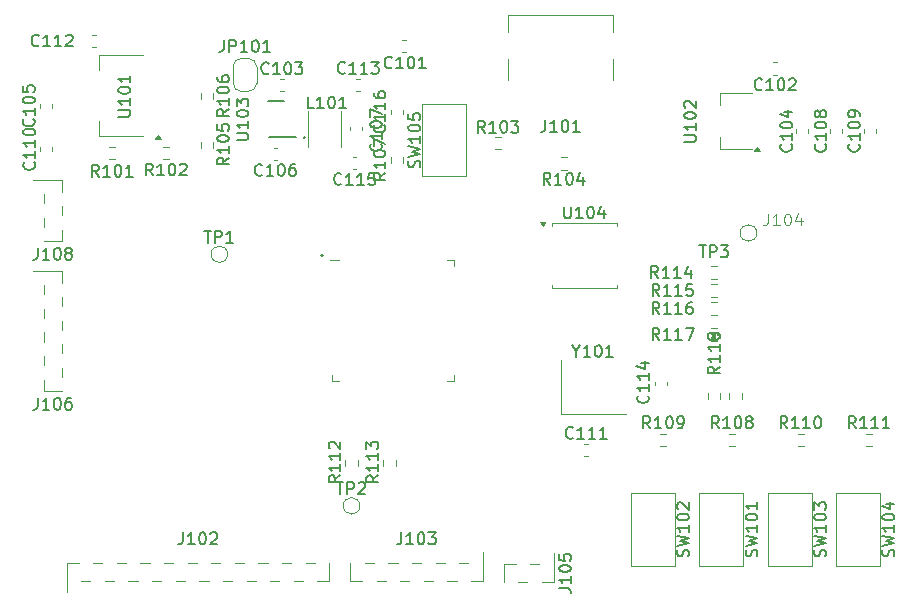
<source format=gbr>
%TF.GenerationSoftware,KiCad,Pcbnew,9.0.2*%
%TF.CreationDate,2025-06-25T14:41:33+05:30*%
%TF.ProjectId,DevBoard_F1C100s,44657642-6f61-4726-945f-463143313030,rev?*%
%TF.SameCoordinates,Original*%
%TF.FileFunction,Legend,Top*%
%TF.FilePolarity,Positive*%
%FSLAX46Y46*%
G04 Gerber Fmt 4.6, Leading zero omitted, Abs format (unit mm)*
G04 Created by KiCad (PCBNEW 9.0.2) date 2025-06-25 14:41:33*
%MOMM*%
%LPD*%
G01*
G04 APERTURE LIST*
%ADD10C,0.150000*%
%ADD11C,0.100000*%
%ADD12C,0.120000*%
%ADD13C,0.200000*%
G04 APERTURE END LIST*
D10*
X147585004Y-107020002D02*
G75*
G02*
X147435004Y-107020002I-75000J0D01*
G01*
X147435004Y-107020002D02*
G75*
G02*
X147585004Y-107020002I75000J0D01*
G01*
X149075000Y-117000000D02*
G75*
G02*
X148925000Y-117000000I-75000J0D01*
G01*
X148925000Y-117000000D02*
G75*
G02*
X149075000Y-117000000I75000J0D01*
G01*
X167901785Y-105534819D02*
X167901785Y-106249104D01*
X167901785Y-106249104D02*
X167854166Y-106391961D01*
X167854166Y-106391961D02*
X167758928Y-106487200D01*
X167758928Y-106487200D02*
X167616071Y-106534819D01*
X167616071Y-106534819D02*
X167520833Y-106534819D01*
X168901785Y-106534819D02*
X168330357Y-106534819D01*
X168616071Y-106534819D02*
X168616071Y-105534819D01*
X168616071Y-105534819D02*
X168520833Y-105677676D01*
X168520833Y-105677676D02*
X168425595Y-105772914D01*
X168425595Y-105772914D02*
X168330357Y-105820533D01*
X169520833Y-105534819D02*
X169616071Y-105534819D01*
X169616071Y-105534819D02*
X169711309Y-105582438D01*
X169711309Y-105582438D02*
X169758928Y-105630057D01*
X169758928Y-105630057D02*
X169806547Y-105725295D01*
X169806547Y-105725295D02*
X169854166Y-105915771D01*
X169854166Y-105915771D02*
X169854166Y-106153866D01*
X169854166Y-106153866D02*
X169806547Y-106344342D01*
X169806547Y-106344342D02*
X169758928Y-106439580D01*
X169758928Y-106439580D02*
X169711309Y-106487200D01*
X169711309Y-106487200D02*
X169616071Y-106534819D01*
X169616071Y-106534819D02*
X169520833Y-106534819D01*
X169520833Y-106534819D02*
X169425595Y-106487200D01*
X169425595Y-106487200D02*
X169377976Y-106439580D01*
X169377976Y-106439580D02*
X169330357Y-106344342D01*
X169330357Y-106344342D02*
X169282738Y-106153866D01*
X169282738Y-106153866D02*
X169282738Y-105915771D01*
X169282738Y-105915771D02*
X169330357Y-105725295D01*
X169330357Y-105725295D02*
X169377976Y-105630057D01*
X169377976Y-105630057D02*
X169425595Y-105582438D01*
X169425595Y-105582438D02*
X169520833Y-105534819D01*
X170806547Y-106534819D02*
X170235119Y-106534819D01*
X170520833Y-106534819D02*
X170520833Y-105534819D01*
X170520833Y-105534819D02*
X170425595Y-105677676D01*
X170425595Y-105677676D02*
X170330357Y-105772914D01*
X170330357Y-105772914D02*
X170235119Y-105820533D01*
D11*
X186749285Y-113457419D02*
X186749285Y-114171704D01*
X186749285Y-114171704D02*
X186701666Y-114314561D01*
X186701666Y-114314561D02*
X186606428Y-114409800D01*
X186606428Y-114409800D02*
X186463571Y-114457419D01*
X186463571Y-114457419D02*
X186368333Y-114457419D01*
X187749285Y-114457419D02*
X187177857Y-114457419D01*
X187463571Y-114457419D02*
X187463571Y-113457419D01*
X187463571Y-113457419D02*
X187368333Y-113600276D01*
X187368333Y-113600276D02*
X187273095Y-113695514D01*
X187273095Y-113695514D02*
X187177857Y-113743133D01*
X188368333Y-113457419D02*
X188463571Y-113457419D01*
X188463571Y-113457419D02*
X188558809Y-113505038D01*
X188558809Y-113505038D02*
X188606428Y-113552657D01*
X188606428Y-113552657D02*
X188654047Y-113647895D01*
X188654047Y-113647895D02*
X188701666Y-113838371D01*
X188701666Y-113838371D02*
X188701666Y-114076466D01*
X188701666Y-114076466D02*
X188654047Y-114266942D01*
X188654047Y-114266942D02*
X188606428Y-114362180D01*
X188606428Y-114362180D02*
X188558809Y-114409800D01*
X188558809Y-114409800D02*
X188463571Y-114457419D01*
X188463571Y-114457419D02*
X188368333Y-114457419D01*
X188368333Y-114457419D02*
X188273095Y-114409800D01*
X188273095Y-114409800D02*
X188225476Y-114362180D01*
X188225476Y-114362180D02*
X188177857Y-114266942D01*
X188177857Y-114266942D02*
X188130238Y-114076466D01*
X188130238Y-114076466D02*
X188130238Y-113838371D01*
X188130238Y-113838371D02*
X188177857Y-113647895D01*
X188177857Y-113647895D02*
X188225476Y-113552657D01*
X188225476Y-113552657D02*
X188273095Y-113505038D01*
X188273095Y-113505038D02*
X188368333Y-113457419D01*
X189558809Y-113790752D02*
X189558809Y-114457419D01*
X189320714Y-113409800D02*
X189082619Y-114124085D01*
X189082619Y-114124085D02*
X189701666Y-114124085D01*
D10*
X180938095Y-116154819D02*
X181509523Y-116154819D01*
X181223809Y-117154819D02*
X181223809Y-116154819D01*
X181842857Y-117154819D02*
X181842857Y-116154819D01*
X181842857Y-116154819D02*
X182223809Y-116154819D01*
X182223809Y-116154819D02*
X182319047Y-116202438D01*
X182319047Y-116202438D02*
X182366666Y-116250057D01*
X182366666Y-116250057D02*
X182414285Y-116345295D01*
X182414285Y-116345295D02*
X182414285Y-116488152D01*
X182414285Y-116488152D02*
X182366666Y-116583390D01*
X182366666Y-116583390D02*
X182319047Y-116631009D01*
X182319047Y-116631009D02*
X182223809Y-116678628D01*
X182223809Y-116678628D02*
X181842857Y-116678628D01*
X182747619Y-116154819D02*
X183366666Y-116154819D01*
X183366666Y-116154819D02*
X183033333Y-116535771D01*
X183033333Y-116535771D02*
X183176190Y-116535771D01*
X183176190Y-116535771D02*
X183271428Y-116583390D01*
X183271428Y-116583390D02*
X183319047Y-116631009D01*
X183319047Y-116631009D02*
X183366666Y-116726247D01*
X183366666Y-116726247D02*
X183366666Y-116964342D01*
X183366666Y-116964342D02*
X183319047Y-117059580D01*
X183319047Y-117059580D02*
X183271428Y-117107200D01*
X183271428Y-117107200D02*
X183176190Y-117154819D01*
X183176190Y-117154819D02*
X182890476Y-117154819D01*
X182890476Y-117154819D02*
X182795238Y-117107200D01*
X182795238Y-117107200D02*
X182747619Y-117059580D01*
X182654819Y-126406547D02*
X182178628Y-126739880D01*
X182654819Y-126977975D02*
X181654819Y-126977975D01*
X181654819Y-126977975D02*
X181654819Y-126597023D01*
X181654819Y-126597023D02*
X181702438Y-126501785D01*
X181702438Y-126501785D02*
X181750057Y-126454166D01*
X181750057Y-126454166D02*
X181845295Y-126406547D01*
X181845295Y-126406547D02*
X181988152Y-126406547D01*
X181988152Y-126406547D02*
X182083390Y-126454166D01*
X182083390Y-126454166D02*
X182131009Y-126501785D01*
X182131009Y-126501785D02*
X182178628Y-126597023D01*
X182178628Y-126597023D02*
X182178628Y-126977975D01*
X182654819Y-125454166D02*
X182654819Y-126025594D01*
X182654819Y-125739880D02*
X181654819Y-125739880D01*
X181654819Y-125739880D02*
X181797676Y-125835118D01*
X181797676Y-125835118D02*
X181892914Y-125930356D01*
X181892914Y-125930356D02*
X181940533Y-126025594D01*
X182654819Y-124501785D02*
X182654819Y-125073213D01*
X182654819Y-124787499D02*
X181654819Y-124787499D01*
X181654819Y-124787499D02*
X181797676Y-124882737D01*
X181797676Y-124882737D02*
X181892914Y-124977975D01*
X181892914Y-124977975D02*
X181940533Y-125073213D01*
X182654819Y-124025594D02*
X182654819Y-123835118D01*
X182654819Y-123835118D02*
X182607200Y-123739880D01*
X182607200Y-123739880D02*
X182559580Y-123692261D01*
X182559580Y-123692261D02*
X182416723Y-123597023D01*
X182416723Y-123597023D02*
X182226247Y-123549404D01*
X182226247Y-123549404D02*
X181845295Y-123549404D01*
X181845295Y-123549404D02*
X181750057Y-123597023D01*
X181750057Y-123597023D02*
X181702438Y-123644642D01*
X181702438Y-123644642D02*
X181654819Y-123739880D01*
X181654819Y-123739880D02*
X181654819Y-123930356D01*
X181654819Y-123930356D02*
X181702438Y-124025594D01*
X181702438Y-124025594D02*
X181750057Y-124073213D01*
X181750057Y-124073213D02*
X181845295Y-124120832D01*
X181845295Y-124120832D02*
X182083390Y-124120832D01*
X182083390Y-124120832D02*
X182178628Y-124073213D01*
X182178628Y-124073213D02*
X182226247Y-124025594D01*
X182226247Y-124025594D02*
X182273866Y-123930356D01*
X182273866Y-123930356D02*
X182273866Y-123739880D01*
X182273866Y-123739880D02*
X182226247Y-123644642D01*
X182226247Y-123644642D02*
X182178628Y-123597023D01*
X182178628Y-123597023D02*
X182083390Y-123549404D01*
X182654819Y-126406547D02*
X182178628Y-126739880D01*
X182654819Y-126977975D02*
X181654819Y-126977975D01*
X181654819Y-126977975D02*
X181654819Y-126597023D01*
X181654819Y-126597023D02*
X181702438Y-126501785D01*
X181702438Y-126501785D02*
X181750057Y-126454166D01*
X181750057Y-126454166D02*
X181845295Y-126406547D01*
X181845295Y-126406547D02*
X181988152Y-126406547D01*
X181988152Y-126406547D02*
X182083390Y-126454166D01*
X182083390Y-126454166D02*
X182131009Y-126501785D01*
X182131009Y-126501785D02*
X182178628Y-126597023D01*
X182178628Y-126597023D02*
X182178628Y-126977975D01*
X182654819Y-125454166D02*
X182654819Y-126025594D01*
X182654819Y-125739880D02*
X181654819Y-125739880D01*
X181654819Y-125739880D02*
X181797676Y-125835118D01*
X181797676Y-125835118D02*
X181892914Y-125930356D01*
X181892914Y-125930356D02*
X181940533Y-126025594D01*
X182654819Y-124501785D02*
X182654819Y-125073213D01*
X182654819Y-124787499D02*
X181654819Y-124787499D01*
X181654819Y-124787499D02*
X181797676Y-124882737D01*
X181797676Y-124882737D02*
X181892914Y-124977975D01*
X181892914Y-124977975D02*
X181940533Y-125073213D01*
X182083390Y-123930356D02*
X182035771Y-124025594D01*
X182035771Y-124025594D02*
X181988152Y-124073213D01*
X181988152Y-124073213D02*
X181892914Y-124120832D01*
X181892914Y-124120832D02*
X181845295Y-124120832D01*
X181845295Y-124120832D02*
X181750057Y-124073213D01*
X181750057Y-124073213D02*
X181702438Y-124025594D01*
X181702438Y-124025594D02*
X181654819Y-123930356D01*
X181654819Y-123930356D02*
X181654819Y-123739880D01*
X181654819Y-123739880D02*
X181702438Y-123644642D01*
X181702438Y-123644642D02*
X181750057Y-123597023D01*
X181750057Y-123597023D02*
X181845295Y-123549404D01*
X181845295Y-123549404D02*
X181892914Y-123549404D01*
X181892914Y-123549404D02*
X181988152Y-123597023D01*
X181988152Y-123597023D02*
X182035771Y-123644642D01*
X182035771Y-123644642D02*
X182083390Y-123739880D01*
X182083390Y-123739880D02*
X182083390Y-123930356D01*
X182083390Y-123930356D02*
X182131009Y-124025594D01*
X182131009Y-124025594D02*
X182178628Y-124073213D01*
X182178628Y-124073213D02*
X182273866Y-124120832D01*
X182273866Y-124120832D02*
X182464342Y-124120832D01*
X182464342Y-124120832D02*
X182559580Y-124073213D01*
X182559580Y-124073213D02*
X182607200Y-124025594D01*
X182607200Y-124025594D02*
X182654819Y-123930356D01*
X182654819Y-123930356D02*
X182654819Y-123739880D01*
X182654819Y-123739880D02*
X182607200Y-123644642D01*
X182607200Y-123644642D02*
X182559580Y-123597023D01*
X182559580Y-123597023D02*
X182464342Y-123549404D01*
X182464342Y-123549404D02*
X182273866Y-123549404D01*
X182273866Y-123549404D02*
X182178628Y-123597023D01*
X182178628Y-123597023D02*
X182131009Y-123644642D01*
X182131009Y-123644642D02*
X182083390Y-123739880D01*
X177550595Y-124148926D02*
X177217262Y-123672735D01*
X176979167Y-124148926D02*
X176979167Y-123148926D01*
X176979167Y-123148926D02*
X177360119Y-123148926D01*
X177360119Y-123148926D02*
X177455357Y-123196545D01*
X177455357Y-123196545D02*
X177502976Y-123244164D01*
X177502976Y-123244164D02*
X177550595Y-123339402D01*
X177550595Y-123339402D02*
X177550595Y-123482259D01*
X177550595Y-123482259D02*
X177502976Y-123577497D01*
X177502976Y-123577497D02*
X177455357Y-123625116D01*
X177455357Y-123625116D02*
X177360119Y-123672735D01*
X177360119Y-123672735D02*
X176979167Y-123672735D01*
X178502976Y-124148926D02*
X177931548Y-124148926D01*
X178217262Y-124148926D02*
X178217262Y-123148926D01*
X178217262Y-123148926D02*
X178122024Y-123291783D01*
X178122024Y-123291783D02*
X178026786Y-123387021D01*
X178026786Y-123387021D02*
X177931548Y-123434640D01*
X179455357Y-124148926D02*
X178883929Y-124148926D01*
X179169643Y-124148926D02*
X179169643Y-123148926D01*
X179169643Y-123148926D02*
X179074405Y-123291783D01*
X179074405Y-123291783D02*
X178979167Y-123387021D01*
X178979167Y-123387021D02*
X178883929Y-123434640D01*
X179788691Y-123148926D02*
X180455357Y-123148926D01*
X180455357Y-123148926D02*
X180026786Y-124148926D01*
X177550595Y-121948926D02*
X177217262Y-121472735D01*
X176979167Y-121948926D02*
X176979167Y-120948926D01*
X176979167Y-120948926D02*
X177360119Y-120948926D01*
X177360119Y-120948926D02*
X177455357Y-120996545D01*
X177455357Y-120996545D02*
X177502976Y-121044164D01*
X177502976Y-121044164D02*
X177550595Y-121139402D01*
X177550595Y-121139402D02*
X177550595Y-121282259D01*
X177550595Y-121282259D02*
X177502976Y-121377497D01*
X177502976Y-121377497D02*
X177455357Y-121425116D01*
X177455357Y-121425116D02*
X177360119Y-121472735D01*
X177360119Y-121472735D02*
X176979167Y-121472735D01*
X178502976Y-121948926D02*
X177931548Y-121948926D01*
X178217262Y-121948926D02*
X178217262Y-120948926D01*
X178217262Y-120948926D02*
X178122024Y-121091783D01*
X178122024Y-121091783D02*
X178026786Y-121187021D01*
X178026786Y-121187021D02*
X177931548Y-121234640D01*
X179455357Y-121948926D02*
X178883929Y-121948926D01*
X179169643Y-121948926D02*
X179169643Y-120948926D01*
X179169643Y-120948926D02*
X179074405Y-121091783D01*
X179074405Y-121091783D02*
X178979167Y-121187021D01*
X178979167Y-121187021D02*
X178883929Y-121234640D01*
X180312500Y-120948926D02*
X180122024Y-120948926D01*
X180122024Y-120948926D02*
X180026786Y-120996545D01*
X180026786Y-120996545D02*
X179979167Y-121044164D01*
X179979167Y-121044164D02*
X179883929Y-121187021D01*
X179883929Y-121187021D02*
X179836310Y-121377497D01*
X179836310Y-121377497D02*
X179836310Y-121758449D01*
X179836310Y-121758449D02*
X179883929Y-121853687D01*
X179883929Y-121853687D02*
X179931548Y-121901307D01*
X179931548Y-121901307D02*
X180026786Y-121948926D01*
X180026786Y-121948926D02*
X180217262Y-121948926D01*
X180217262Y-121948926D02*
X180312500Y-121901307D01*
X180312500Y-121901307D02*
X180360119Y-121853687D01*
X180360119Y-121853687D02*
X180407738Y-121758449D01*
X180407738Y-121758449D02*
X180407738Y-121520354D01*
X180407738Y-121520354D02*
X180360119Y-121425116D01*
X180360119Y-121425116D02*
X180312500Y-121377497D01*
X180312500Y-121377497D02*
X180217262Y-121329878D01*
X180217262Y-121329878D02*
X180026786Y-121329878D01*
X180026786Y-121329878D02*
X179931548Y-121377497D01*
X179931548Y-121377497D02*
X179883929Y-121425116D01*
X179883929Y-121425116D02*
X179836310Y-121520354D01*
X177550595Y-120423926D02*
X177217262Y-119947735D01*
X176979167Y-120423926D02*
X176979167Y-119423926D01*
X176979167Y-119423926D02*
X177360119Y-119423926D01*
X177360119Y-119423926D02*
X177455357Y-119471545D01*
X177455357Y-119471545D02*
X177502976Y-119519164D01*
X177502976Y-119519164D02*
X177550595Y-119614402D01*
X177550595Y-119614402D02*
X177550595Y-119757259D01*
X177550595Y-119757259D02*
X177502976Y-119852497D01*
X177502976Y-119852497D02*
X177455357Y-119900116D01*
X177455357Y-119900116D02*
X177360119Y-119947735D01*
X177360119Y-119947735D02*
X176979167Y-119947735D01*
X178502976Y-120423926D02*
X177931548Y-120423926D01*
X178217262Y-120423926D02*
X178217262Y-119423926D01*
X178217262Y-119423926D02*
X178122024Y-119566783D01*
X178122024Y-119566783D02*
X178026786Y-119662021D01*
X178026786Y-119662021D02*
X177931548Y-119709640D01*
X179455357Y-120423926D02*
X178883929Y-120423926D01*
X179169643Y-120423926D02*
X179169643Y-119423926D01*
X179169643Y-119423926D02*
X179074405Y-119566783D01*
X179074405Y-119566783D02*
X178979167Y-119662021D01*
X178979167Y-119662021D02*
X178883929Y-119709640D01*
X180360119Y-119423926D02*
X179883929Y-119423926D01*
X179883929Y-119423926D02*
X179836310Y-119900116D01*
X179836310Y-119900116D02*
X179883929Y-119852497D01*
X179883929Y-119852497D02*
X179979167Y-119804878D01*
X179979167Y-119804878D02*
X180217262Y-119804878D01*
X180217262Y-119804878D02*
X180312500Y-119852497D01*
X180312500Y-119852497D02*
X180360119Y-119900116D01*
X180360119Y-119900116D02*
X180407738Y-119995354D01*
X180407738Y-119995354D02*
X180407738Y-120233449D01*
X180407738Y-120233449D02*
X180360119Y-120328687D01*
X180360119Y-120328687D02*
X180312500Y-120376307D01*
X180312500Y-120376307D02*
X180217262Y-120423926D01*
X180217262Y-120423926D02*
X179979167Y-120423926D01*
X179979167Y-120423926D02*
X179883929Y-120376307D01*
X179883929Y-120376307D02*
X179836310Y-120328687D01*
X177443452Y-118904819D02*
X177110119Y-118428628D01*
X176872024Y-118904819D02*
X176872024Y-117904819D01*
X176872024Y-117904819D02*
X177252976Y-117904819D01*
X177252976Y-117904819D02*
X177348214Y-117952438D01*
X177348214Y-117952438D02*
X177395833Y-118000057D01*
X177395833Y-118000057D02*
X177443452Y-118095295D01*
X177443452Y-118095295D02*
X177443452Y-118238152D01*
X177443452Y-118238152D02*
X177395833Y-118333390D01*
X177395833Y-118333390D02*
X177348214Y-118381009D01*
X177348214Y-118381009D02*
X177252976Y-118428628D01*
X177252976Y-118428628D02*
X176872024Y-118428628D01*
X178395833Y-118904819D02*
X177824405Y-118904819D01*
X178110119Y-118904819D02*
X178110119Y-117904819D01*
X178110119Y-117904819D02*
X178014881Y-118047676D01*
X178014881Y-118047676D02*
X177919643Y-118142914D01*
X177919643Y-118142914D02*
X177824405Y-118190533D01*
X179348214Y-118904819D02*
X178776786Y-118904819D01*
X179062500Y-118904819D02*
X179062500Y-117904819D01*
X179062500Y-117904819D02*
X178967262Y-118047676D01*
X178967262Y-118047676D02*
X178872024Y-118142914D01*
X178872024Y-118142914D02*
X178776786Y-118190533D01*
X180205357Y-118238152D02*
X180205357Y-118904819D01*
X179967262Y-117857200D02*
X179729167Y-118571485D01*
X179729167Y-118571485D02*
X180348214Y-118571485D01*
X188709580Y-107581547D02*
X188757200Y-107629166D01*
X188757200Y-107629166D02*
X188804819Y-107772023D01*
X188804819Y-107772023D02*
X188804819Y-107867261D01*
X188804819Y-107867261D02*
X188757200Y-108010118D01*
X188757200Y-108010118D02*
X188661961Y-108105356D01*
X188661961Y-108105356D02*
X188566723Y-108152975D01*
X188566723Y-108152975D02*
X188376247Y-108200594D01*
X188376247Y-108200594D02*
X188233390Y-108200594D01*
X188233390Y-108200594D02*
X188042914Y-108152975D01*
X188042914Y-108152975D02*
X187947676Y-108105356D01*
X187947676Y-108105356D02*
X187852438Y-108010118D01*
X187852438Y-108010118D02*
X187804819Y-107867261D01*
X187804819Y-107867261D02*
X187804819Y-107772023D01*
X187804819Y-107772023D02*
X187852438Y-107629166D01*
X187852438Y-107629166D02*
X187900057Y-107581547D01*
X188804819Y-106629166D02*
X188804819Y-107200594D01*
X188804819Y-106914880D02*
X187804819Y-106914880D01*
X187804819Y-106914880D02*
X187947676Y-107010118D01*
X187947676Y-107010118D02*
X188042914Y-107105356D01*
X188042914Y-107105356D02*
X188090533Y-107200594D01*
X187804819Y-106010118D02*
X187804819Y-105914880D01*
X187804819Y-105914880D02*
X187852438Y-105819642D01*
X187852438Y-105819642D02*
X187900057Y-105772023D01*
X187900057Y-105772023D02*
X187995295Y-105724404D01*
X187995295Y-105724404D02*
X188185771Y-105676785D01*
X188185771Y-105676785D02*
X188423866Y-105676785D01*
X188423866Y-105676785D02*
X188614342Y-105724404D01*
X188614342Y-105724404D02*
X188709580Y-105772023D01*
X188709580Y-105772023D02*
X188757200Y-105819642D01*
X188757200Y-105819642D02*
X188804819Y-105914880D01*
X188804819Y-105914880D02*
X188804819Y-106010118D01*
X188804819Y-106010118D02*
X188757200Y-106105356D01*
X188757200Y-106105356D02*
X188709580Y-106152975D01*
X188709580Y-106152975D02*
X188614342Y-106200594D01*
X188614342Y-106200594D02*
X188423866Y-106248213D01*
X188423866Y-106248213D02*
X188185771Y-106248213D01*
X188185771Y-106248213D02*
X187995295Y-106200594D01*
X187995295Y-106200594D02*
X187900057Y-106152975D01*
X187900057Y-106152975D02*
X187852438Y-106105356D01*
X187852438Y-106105356D02*
X187804819Y-106010118D01*
X188138152Y-104819642D02*
X188804819Y-104819642D01*
X187757200Y-105057737D02*
X188471485Y-105295832D01*
X188471485Y-105295832D02*
X188471485Y-104676785D01*
X194444580Y-107581547D02*
X194492200Y-107629166D01*
X194492200Y-107629166D02*
X194539819Y-107772023D01*
X194539819Y-107772023D02*
X194539819Y-107867261D01*
X194539819Y-107867261D02*
X194492200Y-108010118D01*
X194492200Y-108010118D02*
X194396961Y-108105356D01*
X194396961Y-108105356D02*
X194301723Y-108152975D01*
X194301723Y-108152975D02*
X194111247Y-108200594D01*
X194111247Y-108200594D02*
X193968390Y-108200594D01*
X193968390Y-108200594D02*
X193777914Y-108152975D01*
X193777914Y-108152975D02*
X193682676Y-108105356D01*
X193682676Y-108105356D02*
X193587438Y-108010118D01*
X193587438Y-108010118D02*
X193539819Y-107867261D01*
X193539819Y-107867261D02*
X193539819Y-107772023D01*
X193539819Y-107772023D02*
X193587438Y-107629166D01*
X193587438Y-107629166D02*
X193635057Y-107581547D01*
X194539819Y-106629166D02*
X194539819Y-107200594D01*
X194539819Y-106914880D02*
X193539819Y-106914880D01*
X193539819Y-106914880D02*
X193682676Y-107010118D01*
X193682676Y-107010118D02*
X193777914Y-107105356D01*
X193777914Y-107105356D02*
X193825533Y-107200594D01*
X193539819Y-106010118D02*
X193539819Y-105914880D01*
X193539819Y-105914880D02*
X193587438Y-105819642D01*
X193587438Y-105819642D02*
X193635057Y-105772023D01*
X193635057Y-105772023D02*
X193730295Y-105724404D01*
X193730295Y-105724404D02*
X193920771Y-105676785D01*
X193920771Y-105676785D02*
X194158866Y-105676785D01*
X194158866Y-105676785D02*
X194349342Y-105724404D01*
X194349342Y-105724404D02*
X194444580Y-105772023D01*
X194444580Y-105772023D02*
X194492200Y-105819642D01*
X194492200Y-105819642D02*
X194539819Y-105914880D01*
X194539819Y-105914880D02*
X194539819Y-106010118D01*
X194539819Y-106010118D02*
X194492200Y-106105356D01*
X194492200Y-106105356D02*
X194444580Y-106152975D01*
X194444580Y-106152975D02*
X194349342Y-106200594D01*
X194349342Y-106200594D02*
X194158866Y-106248213D01*
X194158866Y-106248213D02*
X193920771Y-106248213D01*
X193920771Y-106248213D02*
X193730295Y-106200594D01*
X193730295Y-106200594D02*
X193635057Y-106152975D01*
X193635057Y-106152975D02*
X193587438Y-106105356D01*
X193587438Y-106105356D02*
X193539819Y-106010118D01*
X194539819Y-105200594D02*
X194539819Y-105010118D01*
X194539819Y-105010118D02*
X194492200Y-104914880D01*
X194492200Y-104914880D02*
X194444580Y-104867261D01*
X194444580Y-104867261D02*
X194301723Y-104772023D01*
X194301723Y-104772023D02*
X194111247Y-104724404D01*
X194111247Y-104724404D02*
X193730295Y-104724404D01*
X193730295Y-104724404D02*
X193635057Y-104772023D01*
X193635057Y-104772023D02*
X193587438Y-104819642D01*
X193587438Y-104819642D02*
X193539819Y-104914880D01*
X193539819Y-104914880D02*
X193539819Y-105105356D01*
X193539819Y-105105356D02*
X193587438Y-105200594D01*
X193587438Y-105200594D02*
X193635057Y-105248213D01*
X193635057Y-105248213D02*
X193730295Y-105295832D01*
X193730295Y-105295832D02*
X193968390Y-105295832D01*
X193968390Y-105295832D02*
X194063628Y-105248213D01*
X194063628Y-105248213D02*
X194111247Y-105200594D01*
X194111247Y-105200594D02*
X194158866Y-105105356D01*
X194158866Y-105105356D02*
X194158866Y-104914880D01*
X194158866Y-104914880D02*
X194111247Y-104819642D01*
X194111247Y-104819642D02*
X194063628Y-104772023D01*
X194063628Y-104772023D02*
X193968390Y-104724404D01*
X125030952Y-99209580D02*
X124983333Y-99257200D01*
X124983333Y-99257200D02*
X124840476Y-99304819D01*
X124840476Y-99304819D02*
X124745238Y-99304819D01*
X124745238Y-99304819D02*
X124602381Y-99257200D01*
X124602381Y-99257200D02*
X124507143Y-99161961D01*
X124507143Y-99161961D02*
X124459524Y-99066723D01*
X124459524Y-99066723D02*
X124411905Y-98876247D01*
X124411905Y-98876247D02*
X124411905Y-98733390D01*
X124411905Y-98733390D02*
X124459524Y-98542914D01*
X124459524Y-98542914D02*
X124507143Y-98447676D01*
X124507143Y-98447676D02*
X124602381Y-98352438D01*
X124602381Y-98352438D02*
X124745238Y-98304819D01*
X124745238Y-98304819D02*
X124840476Y-98304819D01*
X124840476Y-98304819D02*
X124983333Y-98352438D01*
X124983333Y-98352438D02*
X125030952Y-98400057D01*
X125983333Y-99304819D02*
X125411905Y-99304819D01*
X125697619Y-99304819D02*
X125697619Y-98304819D01*
X125697619Y-98304819D02*
X125602381Y-98447676D01*
X125602381Y-98447676D02*
X125507143Y-98542914D01*
X125507143Y-98542914D02*
X125411905Y-98590533D01*
X126935714Y-99304819D02*
X126364286Y-99304819D01*
X126650000Y-99304819D02*
X126650000Y-98304819D01*
X126650000Y-98304819D02*
X126554762Y-98447676D01*
X126554762Y-98447676D02*
X126459524Y-98542914D01*
X126459524Y-98542914D02*
X126364286Y-98590533D01*
X127316667Y-98400057D02*
X127364286Y-98352438D01*
X127364286Y-98352438D02*
X127459524Y-98304819D01*
X127459524Y-98304819D02*
X127697619Y-98304819D01*
X127697619Y-98304819D02*
X127792857Y-98352438D01*
X127792857Y-98352438D02*
X127840476Y-98400057D01*
X127840476Y-98400057D02*
X127888095Y-98495295D01*
X127888095Y-98495295D02*
X127888095Y-98590533D01*
X127888095Y-98590533D02*
X127840476Y-98733390D01*
X127840476Y-98733390D02*
X127269048Y-99304819D01*
X127269048Y-99304819D02*
X127888095Y-99304819D01*
X131747319Y-105244285D02*
X132556842Y-105244285D01*
X132556842Y-105244285D02*
X132652080Y-105196666D01*
X132652080Y-105196666D02*
X132699700Y-105149047D01*
X132699700Y-105149047D02*
X132747319Y-105053809D01*
X132747319Y-105053809D02*
X132747319Y-104863333D01*
X132747319Y-104863333D02*
X132699700Y-104768095D01*
X132699700Y-104768095D02*
X132652080Y-104720476D01*
X132652080Y-104720476D02*
X132556842Y-104672857D01*
X132556842Y-104672857D02*
X131747319Y-104672857D01*
X132747319Y-103672857D02*
X132747319Y-104244285D01*
X132747319Y-103958571D02*
X131747319Y-103958571D01*
X131747319Y-103958571D02*
X131890176Y-104053809D01*
X131890176Y-104053809D02*
X131985414Y-104149047D01*
X131985414Y-104149047D02*
X132033033Y-104244285D01*
X131747319Y-103053809D02*
X131747319Y-102958571D01*
X131747319Y-102958571D02*
X131794938Y-102863333D01*
X131794938Y-102863333D02*
X131842557Y-102815714D01*
X131842557Y-102815714D02*
X131937795Y-102768095D01*
X131937795Y-102768095D02*
X132128271Y-102720476D01*
X132128271Y-102720476D02*
X132366366Y-102720476D01*
X132366366Y-102720476D02*
X132556842Y-102768095D01*
X132556842Y-102768095D02*
X132652080Y-102815714D01*
X132652080Y-102815714D02*
X132699700Y-102863333D01*
X132699700Y-102863333D02*
X132747319Y-102958571D01*
X132747319Y-102958571D02*
X132747319Y-103053809D01*
X132747319Y-103053809D02*
X132699700Y-103149047D01*
X132699700Y-103149047D02*
X132652080Y-103196666D01*
X132652080Y-103196666D02*
X132556842Y-103244285D01*
X132556842Y-103244285D02*
X132366366Y-103291904D01*
X132366366Y-103291904D02*
X132128271Y-103291904D01*
X132128271Y-103291904D02*
X131937795Y-103244285D01*
X131937795Y-103244285D02*
X131842557Y-103196666D01*
X131842557Y-103196666D02*
X131794938Y-103149047D01*
X131794938Y-103149047D02*
X131747319Y-103053809D01*
X132747319Y-101768095D02*
X132747319Y-102339523D01*
X132747319Y-102053809D02*
X131747319Y-102053809D01*
X131747319Y-102053809D02*
X131890176Y-102149047D01*
X131890176Y-102149047D02*
X131985414Y-102244285D01*
X131985414Y-102244285D02*
X132033033Y-102339523D01*
X157257200Y-109535713D02*
X157304819Y-109392856D01*
X157304819Y-109392856D02*
X157304819Y-109154761D01*
X157304819Y-109154761D02*
X157257200Y-109059523D01*
X157257200Y-109059523D02*
X157209580Y-109011904D01*
X157209580Y-109011904D02*
X157114342Y-108964285D01*
X157114342Y-108964285D02*
X157019104Y-108964285D01*
X157019104Y-108964285D02*
X156923866Y-109011904D01*
X156923866Y-109011904D02*
X156876247Y-109059523D01*
X156876247Y-109059523D02*
X156828628Y-109154761D01*
X156828628Y-109154761D02*
X156781009Y-109345237D01*
X156781009Y-109345237D02*
X156733390Y-109440475D01*
X156733390Y-109440475D02*
X156685771Y-109488094D01*
X156685771Y-109488094D02*
X156590533Y-109535713D01*
X156590533Y-109535713D02*
X156495295Y-109535713D01*
X156495295Y-109535713D02*
X156400057Y-109488094D01*
X156400057Y-109488094D02*
X156352438Y-109440475D01*
X156352438Y-109440475D02*
X156304819Y-109345237D01*
X156304819Y-109345237D02*
X156304819Y-109107142D01*
X156304819Y-109107142D02*
X156352438Y-108964285D01*
X156304819Y-108630951D02*
X157304819Y-108392856D01*
X157304819Y-108392856D02*
X156590533Y-108202380D01*
X156590533Y-108202380D02*
X157304819Y-108011904D01*
X157304819Y-108011904D02*
X156304819Y-107773809D01*
X157304819Y-106869047D02*
X157304819Y-107440475D01*
X157304819Y-107154761D02*
X156304819Y-107154761D01*
X156304819Y-107154761D02*
X156447676Y-107249999D01*
X156447676Y-107249999D02*
X156542914Y-107345237D01*
X156542914Y-107345237D02*
X156590533Y-107440475D01*
X156304819Y-106249999D02*
X156304819Y-106154761D01*
X156304819Y-106154761D02*
X156352438Y-106059523D01*
X156352438Y-106059523D02*
X156400057Y-106011904D01*
X156400057Y-106011904D02*
X156495295Y-105964285D01*
X156495295Y-105964285D02*
X156685771Y-105916666D01*
X156685771Y-105916666D02*
X156923866Y-105916666D01*
X156923866Y-105916666D02*
X157114342Y-105964285D01*
X157114342Y-105964285D02*
X157209580Y-106011904D01*
X157209580Y-106011904D02*
X157257200Y-106059523D01*
X157257200Y-106059523D02*
X157304819Y-106154761D01*
X157304819Y-106154761D02*
X157304819Y-106249999D01*
X157304819Y-106249999D02*
X157257200Y-106345237D01*
X157257200Y-106345237D02*
X157209580Y-106392856D01*
X157209580Y-106392856D02*
X157114342Y-106440475D01*
X157114342Y-106440475D02*
X156923866Y-106488094D01*
X156923866Y-106488094D02*
X156685771Y-106488094D01*
X156685771Y-106488094D02*
X156495295Y-106440475D01*
X156495295Y-106440475D02*
X156400057Y-106392856D01*
X156400057Y-106392856D02*
X156352438Y-106345237D01*
X156352438Y-106345237D02*
X156304819Y-106249999D01*
X156304819Y-105011904D02*
X156304819Y-105488094D01*
X156304819Y-105488094D02*
X156781009Y-105535713D01*
X156781009Y-105535713D02*
X156733390Y-105488094D01*
X156733390Y-105488094D02*
X156685771Y-105392856D01*
X156685771Y-105392856D02*
X156685771Y-105154761D01*
X156685771Y-105154761D02*
X156733390Y-105059523D01*
X156733390Y-105059523D02*
X156781009Y-105011904D01*
X156781009Y-105011904D02*
X156876247Y-104964285D01*
X156876247Y-104964285D02*
X157114342Y-104964285D01*
X157114342Y-104964285D02*
X157209580Y-105011904D01*
X157209580Y-105011904D02*
X157257200Y-105059523D01*
X157257200Y-105059523D02*
X157304819Y-105154761D01*
X157304819Y-105154761D02*
X157304819Y-105392856D01*
X157304819Y-105392856D02*
X157257200Y-105488094D01*
X157257200Y-105488094D02*
X157209580Y-105535713D01*
X169064819Y-145165714D02*
X169779104Y-145165714D01*
X169779104Y-145165714D02*
X169921961Y-145213333D01*
X169921961Y-145213333D02*
X170017200Y-145308571D01*
X170017200Y-145308571D02*
X170064819Y-145451428D01*
X170064819Y-145451428D02*
X170064819Y-145546666D01*
X170064819Y-144165714D02*
X170064819Y-144737142D01*
X170064819Y-144451428D02*
X169064819Y-144451428D01*
X169064819Y-144451428D02*
X169207676Y-144546666D01*
X169207676Y-144546666D02*
X169302914Y-144641904D01*
X169302914Y-144641904D02*
X169350533Y-144737142D01*
X169064819Y-143546666D02*
X169064819Y-143451428D01*
X169064819Y-143451428D02*
X169112438Y-143356190D01*
X169112438Y-143356190D02*
X169160057Y-143308571D01*
X169160057Y-143308571D02*
X169255295Y-143260952D01*
X169255295Y-143260952D02*
X169445771Y-143213333D01*
X169445771Y-143213333D02*
X169683866Y-143213333D01*
X169683866Y-143213333D02*
X169874342Y-143260952D01*
X169874342Y-143260952D02*
X169969580Y-143308571D01*
X169969580Y-143308571D02*
X170017200Y-143356190D01*
X170017200Y-143356190D02*
X170064819Y-143451428D01*
X170064819Y-143451428D02*
X170064819Y-143546666D01*
X170064819Y-143546666D02*
X170017200Y-143641904D01*
X170017200Y-143641904D02*
X169969580Y-143689523D01*
X169969580Y-143689523D02*
X169874342Y-143737142D01*
X169874342Y-143737142D02*
X169683866Y-143784761D01*
X169683866Y-143784761D02*
X169445771Y-143784761D01*
X169445771Y-143784761D02*
X169255295Y-143737142D01*
X169255295Y-143737142D02*
X169160057Y-143689523D01*
X169160057Y-143689523D02*
X169112438Y-143641904D01*
X169112438Y-143641904D02*
X169064819Y-143546666D01*
X169064819Y-142308571D02*
X169064819Y-142784761D01*
X169064819Y-142784761D02*
X169541009Y-142832380D01*
X169541009Y-142832380D02*
X169493390Y-142784761D01*
X169493390Y-142784761D02*
X169445771Y-142689523D01*
X169445771Y-142689523D02*
X169445771Y-142451428D01*
X169445771Y-142451428D02*
X169493390Y-142356190D01*
X169493390Y-142356190D02*
X169541009Y-142308571D01*
X169541009Y-142308571D02*
X169636247Y-142260952D01*
X169636247Y-142260952D02*
X169874342Y-142260952D01*
X169874342Y-142260952D02*
X169969580Y-142308571D01*
X169969580Y-142308571D02*
X170017200Y-142356190D01*
X170017200Y-142356190D02*
X170064819Y-142451428D01*
X170064819Y-142451428D02*
X170064819Y-142689523D01*
X170064819Y-142689523D02*
X170017200Y-142784761D01*
X170017200Y-142784761D02*
X169969580Y-142832380D01*
X182593452Y-131624819D02*
X182260119Y-131148628D01*
X182022024Y-131624819D02*
X182022024Y-130624819D01*
X182022024Y-130624819D02*
X182402976Y-130624819D01*
X182402976Y-130624819D02*
X182498214Y-130672438D01*
X182498214Y-130672438D02*
X182545833Y-130720057D01*
X182545833Y-130720057D02*
X182593452Y-130815295D01*
X182593452Y-130815295D02*
X182593452Y-130958152D01*
X182593452Y-130958152D02*
X182545833Y-131053390D01*
X182545833Y-131053390D02*
X182498214Y-131101009D01*
X182498214Y-131101009D02*
X182402976Y-131148628D01*
X182402976Y-131148628D02*
X182022024Y-131148628D01*
X183545833Y-131624819D02*
X182974405Y-131624819D01*
X183260119Y-131624819D02*
X183260119Y-130624819D01*
X183260119Y-130624819D02*
X183164881Y-130767676D01*
X183164881Y-130767676D02*
X183069643Y-130862914D01*
X183069643Y-130862914D02*
X182974405Y-130910533D01*
X184164881Y-130624819D02*
X184260119Y-130624819D01*
X184260119Y-130624819D02*
X184355357Y-130672438D01*
X184355357Y-130672438D02*
X184402976Y-130720057D01*
X184402976Y-130720057D02*
X184450595Y-130815295D01*
X184450595Y-130815295D02*
X184498214Y-131005771D01*
X184498214Y-131005771D02*
X184498214Y-131243866D01*
X184498214Y-131243866D02*
X184450595Y-131434342D01*
X184450595Y-131434342D02*
X184402976Y-131529580D01*
X184402976Y-131529580D02*
X184355357Y-131577200D01*
X184355357Y-131577200D02*
X184260119Y-131624819D01*
X184260119Y-131624819D02*
X184164881Y-131624819D01*
X184164881Y-131624819D02*
X184069643Y-131577200D01*
X184069643Y-131577200D02*
X184022024Y-131529580D01*
X184022024Y-131529580D02*
X183974405Y-131434342D01*
X183974405Y-131434342D02*
X183926786Y-131243866D01*
X183926786Y-131243866D02*
X183926786Y-131005771D01*
X183926786Y-131005771D02*
X183974405Y-130815295D01*
X183974405Y-130815295D02*
X184022024Y-130720057D01*
X184022024Y-130720057D02*
X184069643Y-130672438D01*
X184069643Y-130672438D02*
X184164881Y-130624819D01*
X185069643Y-131053390D02*
X184974405Y-131005771D01*
X184974405Y-131005771D02*
X184926786Y-130958152D01*
X184926786Y-130958152D02*
X184879167Y-130862914D01*
X184879167Y-130862914D02*
X184879167Y-130815295D01*
X184879167Y-130815295D02*
X184926786Y-130720057D01*
X184926786Y-130720057D02*
X184974405Y-130672438D01*
X184974405Y-130672438D02*
X185069643Y-130624819D01*
X185069643Y-130624819D02*
X185260119Y-130624819D01*
X185260119Y-130624819D02*
X185355357Y-130672438D01*
X185355357Y-130672438D02*
X185402976Y-130720057D01*
X185402976Y-130720057D02*
X185450595Y-130815295D01*
X185450595Y-130815295D02*
X185450595Y-130862914D01*
X185450595Y-130862914D02*
X185402976Y-130958152D01*
X185402976Y-130958152D02*
X185355357Y-131005771D01*
X185355357Y-131005771D02*
X185260119Y-131053390D01*
X185260119Y-131053390D02*
X185069643Y-131053390D01*
X185069643Y-131053390D02*
X184974405Y-131101009D01*
X184974405Y-131101009D02*
X184926786Y-131148628D01*
X184926786Y-131148628D02*
X184879167Y-131243866D01*
X184879167Y-131243866D02*
X184879167Y-131434342D01*
X184879167Y-131434342D02*
X184926786Y-131529580D01*
X184926786Y-131529580D02*
X184974405Y-131577200D01*
X184974405Y-131577200D02*
X185069643Y-131624819D01*
X185069643Y-131624819D02*
X185260119Y-131624819D01*
X185260119Y-131624819D02*
X185355357Y-131577200D01*
X185355357Y-131577200D02*
X185402976Y-131529580D01*
X185402976Y-131529580D02*
X185450595Y-131434342D01*
X185450595Y-131434342D02*
X185450595Y-131243866D01*
X185450595Y-131243866D02*
X185402976Y-131148628D01*
X185402976Y-131148628D02*
X185355357Y-131101009D01*
X185355357Y-131101009D02*
X185260119Y-131053390D01*
X150643452Y-110939580D02*
X150595833Y-110987200D01*
X150595833Y-110987200D02*
X150452976Y-111034819D01*
X150452976Y-111034819D02*
X150357738Y-111034819D01*
X150357738Y-111034819D02*
X150214881Y-110987200D01*
X150214881Y-110987200D02*
X150119643Y-110891961D01*
X150119643Y-110891961D02*
X150072024Y-110796723D01*
X150072024Y-110796723D02*
X150024405Y-110606247D01*
X150024405Y-110606247D02*
X150024405Y-110463390D01*
X150024405Y-110463390D02*
X150072024Y-110272914D01*
X150072024Y-110272914D02*
X150119643Y-110177676D01*
X150119643Y-110177676D02*
X150214881Y-110082438D01*
X150214881Y-110082438D02*
X150357738Y-110034819D01*
X150357738Y-110034819D02*
X150452976Y-110034819D01*
X150452976Y-110034819D02*
X150595833Y-110082438D01*
X150595833Y-110082438D02*
X150643452Y-110130057D01*
X151595833Y-111034819D02*
X151024405Y-111034819D01*
X151310119Y-111034819D02*
X151310119Y-110034819D01*
X151310119Y-110034819D02*
X151214881Y-110177676D01*
X151214881Y-110177676D02*
X151119643Y-110272914D01*
X151119643Y-110272914D02*
X151024405Y-110320533D01*
X152548214Y-111034819D02*
X151976786Y-111034819D01*
X152262500Y-111034819D02*
X152262500Y-110034819D01*
X152262500Y-110034819D02*
X152167262Y-110177676D01*
X152167262Y-110177676D02*
X152072024Y-110272914D01*
X152072024Y-110272914D02*
X151976786Y-110320533D01*
X153452976Y-110034819D02*
X152976786Y-110034819D01*
X152976786Y-110034819D02*
X152929167Y-110511009D01*
X152929167Y-110511009D02*
X152976786Y-110463390D01*
X152976786Y-110463390D02*
X153072024Y-110415771D01*
X153072024Y-110415771D02*
X153310119Y-110415771D01*
X153310119Y-110415771D02*
X153405357Y-110463390D01*
X153405357Y-110463390D02*
X153452976Y-110511009D01*
X153452976Y-110511009D02*
X153500595Y-110606247D01*
X153500595Y-110606247D02*
X153500595Y-110844342D01*
X153500595Y-110844342D02*
X153452976Y-110939580D01*
X153452976Y-110939580D02*
X153405357Y-110987200D01*
X153405357Y-110987200D02*
X153310119Y-111034819D01*
X153310119Y-111034819D02*
X153072024Y-111034819D01*
X153072024Y-111034819D02*
X152976786Y-110987200D01*
X152976786Y-110987200D02*
X152929167Y-110939580D01*
X153754819Y-135619047D02*
X153278628Y-135952380D01*
X153754819Y-136190475D02*
X152754819Y-136190475D01*
X152754819Y-136190475D02*
X152754819Y-135809523D01*
X152754819Y-135809523D02*
X152802438Y-135714285D01*
X152802438Y-135714285D02*
X152850057Y-135666666D01*
X152850057Y-135666666D02*
X152945295Y-135619047D01*
X152945295Y-135619047D02*
X153088152Y-135619047D01*
X153088152Y-135619047D02*
X153183390Y-135666666D01*
X153183390Y-135666666D02*
X153231009Y-135714285D01*
X153231009Y-135714285D02*
X153278628Y-135809523D01*
X153278628Y-135809523D02*
X153278628Y-136190475D01*
X153754819Y-134666666D02*
X153754819Y-135238094D01*
X153754819Y-134952380D02*
X152754819Y-134952380D01*
X152754819Y-134952380D02*
X152897676Y-135047618D01*
X152897676Y-135047618D02*
X152992914Y-135142856D01*
X152992914Y-135142856D02*
X153040533Y-135238094D01*
X153754819Y-133714285D02*
X153754819Y-134285713D01*
X153754819Y-133999999D02*
X152754819Y-133999999D01*
X152754819Y-133999999D02*
X152897676Y-134095237D01*
X152897676Y-134095237D02*
X152992914Y-134190475D01*
X152992914Y-134190475D02*
X153040533Y-134285713D01*
X152754819Y-133380951D02*
X152754819Y-132761904D01*
X152754819Y-132761904D02*
X153135771Y-133095237D01*
X153135771Y-133095237D02*
X153135771Y-132952380D01*
X153135771Y-132952380D02*
X153183390Y-132857142D01*
X153183390Y-132857142D02*
X153231009Y-132809523D01*
X153231009Y-132809523D02*
X153326247Y-132761904D01*
X153326247Y-132761904D02*
X153564342Y-132761904D01*
X153564342Y-132761904D02*
X153659580Y-132809523D01*
X153659580Y-132809523D02*
X153707200Y-132857142D01*
X153707200Y-132857142D02*
X153754819Y-132952380D01*
X153754819Y-132952380D02*
X153754819Y-133238094D01*
X153754819Y-133238094D02*
X153707200Y-133333332D01*
X153707200Y-133333332D02*
X153659580Y-133380951D01*
X139038095Y-114906819D02*
X139609523Y-114906819D01*
X139323809Y-115906819D02*
X139323809Y-114906819D01*
X139942857Y-115906819D02*
X139942857Y-114906819D01*
X139942857Y-114906819D02*
X140323809Y-114906819D01*
X140323809Y-114906819D02*
X140419047Y-114954438D01*
X140419047Y-114954438D02*
X140466666Y-115002057D01*
X140466666Y-115002057D02*
X140514285Y-115097295D01*
X140514285Y-115097295D02*
X140514285Y-115240152D01*
X140514285Y-115240152D02*
X140466666Y-115335390D01*
X140466666Y-115335390D02*
X140419047Y-115383009D01*
X140419047Y-115383009D02*
X140323809Y-115430628D01*
X140323809Y-115430628D02*
X139942857Y-115430628D01*
X141466666Y-115906819D02*
X140895238Y-115906819D01*
X141180952Y-115906819D02*
X141180952Y-114906819D01*
X141180952Y-114906819D02*
X141085714Y-115049676D01*
X141085714Y-115049676D02*
X140990476Y-115144914D01*
X140990476Y-115144914D02*
X140895238Y-115192533D01*
X155714285Y-140454819D02*
X155714285Y-141169104D01*
X155714285Y-141169104D02*
X155666666Y-141311961D01*
X155666666Y-141311961D02*
X155571428Y-141407200D01*
X155571428Y-141407200D02*
X155428571Y-141454819D01*
X155428571Y-141454819D02*
X155333333Y-141454819D01*
X156714285Y-141454819D02*
X156142857Y-141454819D01*
X156428571Y-141454819D02*
X156428571Y-140454819D01*
X156428571Y-140454819D02*
X156333333Y-140597676D01*
X156333333Y-140597676D02*
X156238095Y-140692914D01*
X156238095Y-140692914D02*
X156142857Y-140740533D01*
X157333333Y-140454819D02*
X157428571Y-140454819D01*
X157428571Y-140454819D02*
X157523809Y-140502438D01*
X157523809Y-140502438D02*
X157571428Y-140550057D01*
X157571428Y-140550057D02*
X157619047Y-140645295D01*
X157619047Y-140645295D02*
X157666666Y-140835771D01*
X157666666Y-140835771D02*
X157666666Y-141073866D01*
X157666666Y-141073866D02*
X157619047Y-141264342D01*
X157619047Y-141264342D02*
X157571428Y-141359580D01*
X157571428Y-141359580D02*
X157523809Y-141407200D01*
X157523809Y-141407200D02*
X157428571Y-141454819D01*
X157428571Y-141454819D02*
X157333333Y-141454819D01*
X157333333Y-141454819D02*
X157238095Y-141407200D01*
X157238095Y-141407200D02*
X157190476Y-141359580D01*
X157190476Y-141359580D02*
X157142857Y-141264342D01*
X157142857Y-141264342D02*
X157095238Y-141073866D01*
X157095238Y-141073866D02*
X157095238Y-140835771D01*
X157095238Y-140835771D02*
X157142857Y-140645295D01*
X157142857Y-140645295D02*
X157190476Y-140550057D01*
X157190476Y-140550057D02*
X157238095Y-140502438D01*
X157238095Y-140502438D02*
X157333333Y-140454819D01*
X158000000Y-140454819D02*
X158619047Y-140454819D01*
X158619047Y-140454819D02*
X158285714Y-140835771D01*
X158285714Y-140835771D02*
X158428571Y-140835771D01*
X158428571Y-140835771D02*
X158523809Y-140883390D01*
X158523809Y-140883390D02*
X158571428Y-140931009D01*
X158571428Y-140931009D02*
X158619047Y-141026247D01*
X158619047Y-141026247D02*
X158619047Y-141264342D01*
X158619047Y-141264342D02*
X158571428Y-141359580D01*
X158571428Y-141359580D02*
X158523809Y-141407200D01*
X158523809Y-141407200D02*
X158428571Y-141454819D01*
X158428571Y-141454819D02*
X158142857Y-141454819D01*
X158142857Y-141454819D02*
X158047619Y-141407200D01*
X158047619Y-141407200D02*
X158000000Y-141359580D01*
X176569580Y-128861547D02*
X176617200Y-128909166D01*
X176617200Y-128909166D02*
X176664819Y-129052023D01*
X176664819Y-129052023D02*
X176664819Y-129147261D01*
X176664819Y-129147261D02*
X176617200Y-129290118D01*
X176617200Y-129290118D02*
X176521961Y-129385356D01*
X176521961Y-129385356D02*
X176426723Y-129432975D01*
X176426723Y-129432975D02*
X176236247Y-129480594D01*
X176236247Y-129480594D02*
X176093390Y-129480594D01*
X176093390Y-129480594D02*
X175902914Y-129432975D01*
X175902914Y-129432975D02*
X175807676Y-129385356D01*
X175807676Y-129385356D02*
X175712438Y-129290118D01*
X175712438Y-129290118D02*
X175664819Y-129147261D01*
X175664819Y-129147261D02*
X175664819Y-129052023D01*
X175664819Y-129052023D02*
X175712438Y-128909166D01*
X175712438Y-128909166D02*
X175760057Y-128861547D01*
X176664819Y-127909166D02*
X176664819Y-128480594D01*
X176664819Y-128194880D02*
X175664819Y-128194880D01*
X175664819Y-128194880D02*
X175807676Y-128290118D01*
X175807676Y-128290118D02*
X175902914Y-128385356D01*
X175902914Y-128385356D02*
X175950533Y-128480594D01*
X176664819Y-126956785D02*
X176664819Y-127528213D01*
X176664819Y-127242499D02*
X175664819Y-127242499D01*
X175664819Y-127242499D02*
X175807676Y-127337737D01*
X175807676Y-127337737D02*
X175902914Y-127432975D01*
X175902914Y-127432975D02*
X175950533Y-127528213D01*
X175998152Y-126099642D02*
X176664819Y-126099642D01*
X175617200Y-126337737D02*
X176331485Y-126575832D01*
X176331485Y-126575832D02*
X176331485Y-125956785D01*
X141754819Y-107214285D02*
X142564342Y-107214285D01*
X142564342Y-107214285D02*
X142659580Y-107166666D01*
X142659580Y-107166666D02*
X142707200Y-107119047D01*
X142707200Y-107119047D02*
X142754819Y-107023809D01*
X142754819Y-107023809D02*
X142754819Y-106833333D01*
X142754819Y-106833333D02*
X142707200Y-106738095D01*
X142707200Y-106738095D02*
X142659580Y-106690476D01*
X142659580Y-106690476D02*
X142564342Y-106642857D01*
X142564342Y-106642857D02*
X141754819Y-106642857D01*
X142754819Y-105642857D02*
X142754819Y-106214285D01*
X142754819Y-105928571D02*
X141754819Y-105928571D01*
X141754819Y-105928571D02*
X141897676Y-106023809D01*
X141897676Y-106023809D02*
X141992914Y-106119047D01*
X141992914Y-106119047D02*
X142040533Y-106214285D01*
X141754819Y-105023809D02*
X141754819Y-104928571D01*
X141754819Y-104928571D02*
X141802438Y-104833333D01*
X141802438Y-104833333D02*
X141850057Y-104785714D01*
X141850057Y-104785714D02*
X141945295Y-104738095D01*
X141945295Y-104738095D02*
X142135771Y-104690476D01*
X142135771Y-104690476D02*
X142373866Y-104690476D01*
X142373866Y-104690476D02*
X142564342Y-104738095D01*
X142564342Y-104738095D02*
X142659580Y-104785714D01*
X142659580Y-104785714D02*
X142707200Y-104833333D01*
X142707200Y-104833333D02*
X142754819Y-104928571D01*
X142754819Y-104928571D02*
X142754819Y-105023809D01*
X142754819Y-105023809D02*
X142707200Y-105119047D01*
X142707200Y-105119047D02*
X142659580Y-105166666D01*
X142659580Y-105166666D02*
X142564342Y-105214285D01*
X142564342Y-105214285D02*
X142373866Y-105261904D01*
X142373866Y-105261904D02*
X142135771Y-105261904D01*
X142135771Y-105261904D02*
X141945295Y-105214285D01*
X141945295Y-105214285D02*
X141850057Y-105166666D01*
X141850057Y-105166666D02*
X141802438Y-105119047D01*
X141802438Y-105119047D02*
X141754819Y-105023809D01*
X141754819Y-104357142D02*
X141754819Y-103738095D01*
X141754819Y-103738095D02*
X142135771Y-104071428D01*
X142135771Y-104071428D02*
X142135771Y-103928571D01*
X142135771Y-103928571D02*
X142183390Y-103833333D01*
X142183390Y-103833333D02*
X142231009Y-103785714D01*
X142231009Y-103785714D02*
X142326247Y-103738095D01*
X142326247Y-103738095D02*
X142564342Y-103738095D01*
X142564342Y-103738095D02*
X142659580Y-103785714D01*
X142659580Y-103785714D02*
X142707200Y-103833333D01*
X142707200Y-103833333D02*
X142754819Y-103928571D01*
X142754819Y-103928571D02*
X142754819Y-104214285D01*
X142754819Y-104214285D02*
X142707200Y-104309523D01*
X142707200Y-104309523D02*
X142659580Y-104357142D01*
X188393452Y-131624819D02*
X188060119Y-131148628D01*
X187822024Y-131624819D02*
X187822024Y-130624819D01*
X187822024Y-130624819D02*
X188202976Y-130624819D01*
X188202976Y-130624819D02*
X188298214Y-130672438D01*
X188298214Y-130672438D02*
X188345833Y-130720057D01*
X188345833Y-130720057D02*
X188393452Y-130815295D01*
X188393452Y-130815295D02*
X188393452Y-130958152D01*
X188393452Y-130958152D02*
X188345833Y-131053390D01*
X188345833Y-131053390D02*
X188298214Y-131101009D01*
X188298214Y-131101009D02*
X188202976Y-131148628D01*
X188202976Y-131148628D02*
X187822024Y-131148628D01*
X189345833Y-131624819D02*
X188774405Y-131624819D01*
X189060119Y-131624819D02*
X189060119Y-130624819D01*
X189060119Y-130624819D02*
X188964881Y-130767676D01*
X188964881Y-130767676D02*
X188869643Y-130862914D01*
X188869643Y-130862914D02*
X188774405Y-130910533D01*
X190298214Y-131624819D02*
X189726786Y-131624819D01*
X190012500Y-131624819D02*
X190012500Y-130624819D01*
X190012500Y-130624819D02*
X189917262Y-130767676D01*
X189917262Y-130767676D02*
X189822024Y-130862914D01*
X189822024Y-130862914D02*
X189726786Y-130910533D01*
X190917262Y-130624819D02*
X191012500Y-130624819D01*
X191012500Y-130624819D02*
X191107738Y-130672438D01*
X191107738Y-130672438D02*
X191155357Y-130720057D01*
X191155357Y-130720057D02*
X191202976Y-130815295D01*
X191202976Y-130815295D02*
X191250595Y-131005771D01*
X191250595Y-131005771D02*
X191250595Y-131243866D01*
X191250595Y-131243866D02*
X191202976Y-131434342D01*
X191202976Y-131434342D02*
X191155357Y-131529580D01*
X191155357Y-131529580D02*
X191107738Y-131577200D01*
X191107738Y-131577200D02*
X191012500Y-131624819D01*
X191012500Y-131624819D02*
X190917262Y-131624819D01*
X190917262Y-131624819D02*
X190822024Y-131577200D01*
X190822024Y-131577200D02*
X190774405Y-131529580D01*
X190774405Y-131529580D02*
X190726786Y-131434342D01*
X190726786Y-131434342D02*
X190679167Y-131243866D01*
X190679167Y-131243866D02*
X190679167Y-131005771D01*
X190679167Y-131005771D02*
X190726786Y-130815295D01*
X190726786Y-130815295D02*
X190774405Y-130720057D01*
X190774405Y-130720057D02*
X190822024Y-130672438D01*
X190822024Y-130672438D02*
X190917262Y-130624819D01*
X180007200Y-142485713D02*
X180054819Y-142342856D01*
X180054819Y-142342856D02*
X180054819Y-142104761D01*
X180054819Y-142104761D02*
X180007200Y-142009523D01*
X180007200Y-142009523D02*
X179959580Y-141961904D01*
X179959580Y-141961904D02*
X179864342Y-141914285D01*
X179864342Y-141914285D02*
X179769104Y-141914285D01*
X179769104Y-141914285D02*
X179673866Y-141961904D01*
X179673866Y-141961904D02*
X179626247Y-142009523D01*
X179626247Y-142009523D02*
X179578628Y-142104761D01*
X179578628Y-142104761D02*
X179531009Y-142295237D01*
X179531009Y-142295237D02*
X179483390Y-142390475D01*
X179483390Y-142390475D02*
X179435771Y-142438094D01*
X179435771Y-142438094D02*
X179340533Y-142485713D01*
X179340533Y-142485713D02*
X179245295Y-142485713D01*
X179245295Y-142485713D02*
X179150057Y-142438094D01*
X179150057Y-142438094D02*
X179102438Y-142390475D01*
X179102438Y-142390475D02*
X179054819Y-142295237D01*
X179054819Y-142295237D02*
X179054819Y-142057142D01*
X179054819Y-142057142D02*
X179102438Y-141914285D01*
X179054819Y-141580951D02*
X180054819Y-141342856D01*
X180054819Y-141342856D02*
X179340533Y-141152380D01*
X179340533Y-141152380D02*
X180054819Y-140961904D01*
X180054819Y-140961904D02*
X179054819Y-140723809D01*
X180054819Y-139819047D02*
X180054819Y-140390475D01*
X180054819Y-140104761D02*
X179054819Y-140104761D01*
X179054819Y-140104761D02*
X179197676Y-140199999D01*
X179197676Y-140199999D02*
X179292914Y-140295237D01*
X179292914Y-140295237D02*
X179340533Y-140390475D01*
X179054819Y-139199999D02*
X179054819Y-139104761D01*
X179054819Y-139104761D02*
X179102438Y-139009523D01*
X179102438Y-139009523D02*
X179150057Y-138961904D01*
X179150057Y-138961904D02*
X179245295Y-138914285D01*
X179245295Y-138914285D02*
X179435771Y-138866666D01*
X179435771Y-138866666D02*
X179673866Y-138866666D01*
X179673866Y-138866666D02*
X179864342Y-138914285D01*
X179864342Y-138914285D02*
X179959580Y-138961904D01*
X179959580Y-138961904D02*
X180007200Y-139009523D01*
X180007200Y-139009523D02*
X180054819Y-139104761D01*
X180054819Y-139104761D02*
X180054819Y-139199999D01*
X180054819Y-139199999D02*
X180007200Y-139295237D01*
X180007200Y-139295237D02*
X179959580Y-139342856D01*
X179959580Y-139342856D02*
X179864342Y-139390475D01*
X179864342Y-139390475D02*
X179673866Y-139438094D01*
X179673866Y-139438094D02*
X179435771Y-139438094D01*
X179435771Y-139438094D02*
X179245295Y-139390475D01*
X179245295Y-139390475D02*
X179150057Y-139342856D01*
X179150057Y-139342856D02*
X179102438Y-139295237D01*
X179102438Y-139295237D02*
X179054819Y-139199999D01*
X179150057Y-138485713D02*
X179102438Y-138438094D01*
X179102438Y-138438094D02*
X179054819Y-138342856D01*
X179054819Y-138342856D02*
X179054819Y-138104761D01*
X179054819Y-138104761D02*
X179102438Y-138009523D01*
X179102438Y-138009523D02*
X179150057Y-137961904D01*
X179150057Y-137961904D02*
X179245295Y-137914285D01*
X179245295Y-137914285D02*
X179340533Y-137914285D01*
X179340533Y-137914285D02*
X179483390Y-137961904D01*
X179483390Y-137961904D02*
X180054819Y-138533332D01*
X180054819Y-138533332D02*
X180054819Y-137914285D01*
X130100952Y-110314819D02*
X129767619Y-109838628D01*
X129529524Y-110314819D02*
X129529524Y-109314819D01*
X129529524Y-109314819D02*
X129910476Y-109314819D01*
X129910476Y-109314819D02*
X130005714Y-109362438D01*
X130005714Y-109362438D02*
X130053333Y-109410057D01*
X130053333Y-109410057D02*
X130100952Y-109505295D01*
X130100952Y-109505295D02*
X130100952Y-109648152D01*
X130100952Y-109648152D02*
X130053333Y-109743390D01*
X130053333Y-109743390D02*
X130005714Y-109791009D01*
X130005714Y-109791009D02*
X129910476Y-109838628D01*
X129910476Y-109838628D02*
X129529524Y-109838628D01*
X131053333Y-110314819D02*
X130481905Y-110314819D01*
X130767619Y-110314819D02*
X130767619Y-109314819D01*
X130767619Y-109314819D02*
X130672381Y-109457676D01*
X130672381Y-109457676D02*
X130577143Y-109552914D01*
X130577143Y-109552914D02*
X130481905Y-109600533D01*
X131672381Y-109314819D02*
X131767619Y-109314819D01*
X131767619Y-109314819D02*
X131862857Y-109362438D01*
X131862857Y-109362438D02*
X131910476Y-109410057D01*
X131910476Y-109410057D02*
X131958095Y-109505295D01*
X131958095Y-109505295D02*
X132005714Y-109695771D01*
X132005714Y-109695771D02*
X132005714Y-109933866D01*
X132005714Y-109933866D02*
X131958095Y-110124342D01*
X131958095Y-110124342D02*
X131910476Y-110219580D01*
X131910476Y-110219580D02*
X131862857Y-110267200D01*
X131862857Y-110267200D02*
X131767619Y-110314819D01*
X131767619Y-110314819D02*
X131672381Y-110314819D01*
X131672381Y-110314819D02*
X131577143Y-110267200D01*
X131577143Y-110267200D02*
X131529524Y-110219580D01*
X131529524Y-110219580D02*
X131481905Y-110124342D01*
X131481905Y-110124342D02*
X131434286Y-109933866D01*
X131434286Y-109933866D02*
X131434286Y-109695771D01*
X131434286Y-109695771D02*
X131481905Y-109505295D01*
X131481905Y-109505295D02*
X131529524Y-109410057D01*
X131529524Y-109410057D02*
X131577143Y-109362438D01*
X131577143Y-109362438D02*
X131672381Y-109314819D01*
X132958095Y-110314819D02*
X132386667Y-110314819D01*
X132672381Y-110314819D02*
X132672381Y-109314819D01*
X132672381Y-109314819D02*
X132577143Y-109457676D01*
X132577143Y-109457676D02*
X132481905Y-109552914D01*
X132481905Y-109552914D02*
X132386667Y-109600533D01*
X150238095Y-136206819D02*
X150809523Y-136206819D01*
X150523809Y-137206819D02*
X150523809Y-136206819D01*
X151142857Y-137206819D02*
X151142857Y-136206819D01*
X151142857Y-136206819D02*
X151523809Y-136206819D01*
X151523809Y-136206819D02*
X151619047Y-136254438D01*
X151619047Y-136254438D02*
X151666666Y-136302057D01*
X151666666Y-136302057D02*
X151714285Y-136397295D01*
X151714285Y-136397295D02*
X151714285Y-136540152D01*
X151714285Y-136540152D02*
X151666666Y-136635390D01*
X151666666Y-136635390D02*
X151619047Y-136683009D01*
X151619047Y-136683009D02*
X151523809Y-136730628D01*
X151523809Y-136730628D02*
X151142857Y-136730628D01*
X152095238Y-136302057D02*
X152142857Y-136254438D01*
X152142857Y-136254438D02*
X152238095Y-136206819D01*
X152238095Y-136206819D02*
X152476190Y-136206819D01*
X152476190Y-136206819D02*
X152571428Y-136254438D01*
X152571428Y-136254438D02*
X152619047Y-136302057D01*
X152619047Y-136302057D02*
X152666666Y-136397295D01*
X152666666Y-136397295D02*
X152666666Y-136492533D01*
X152666666Y-136492533D02*
X152619047Y-136635390D01*
X152619047Y-136635390D02*
X152047619Y-137206819D01*
X152047619Y-137206819D02*
X152666666Y-137206819D01*
X141117319Y-108719047D02*
X140641128Y-109052380D01*
X141117319Y-109290475D02*
X140117319Y-109290475D01*
X140117319Y-109290475D02*
X140117319Y-108909523D01*
X140117319Y-108909523D02*
X140164938Y-108814285D01*
X140164938Y-108814285D02*
X140212557Y-108766666D01*
X140212557Y-108766666D02*
X140307795Y-108719047D01*
X140307795Y-108719047D02*
X140450652Y-108719047D01*
X140450652Y-108719047D02*
X140545890Y-108766666D01*
X140545890Y-108766666D02*
X140593509Y-108814285D01*
X140593509Y-108814285D02*
X140641128Y-108909523D01*
X140641128Y-108909523D02*
X140641128Y-109290475D01*
X141117319Y-107766666D02*
X141117319Y-108338094D01*
X141117319Y-108052380D02*
X140117319Y-108052380D01*
X140117319Y-108052380D02*
X140260176Y-108147618D01*
X140260176Y-108147618D02*
X140355414Y-108242856D01*
X140355414Y-108242856D02*
X140403033Y-108338094D01*
X140117319Y-107147618D02*
X140117319Y-107052380D01*
X140117319Y-107052380D02*
X140164938Y-106957142D01*
X140164938Y-106957142D02*
X140212557Y-106909523D01*
X140212557Y-106909523D02*
X140307795Y-106861904D01*
X140307795Y-106861904D02*
X140498271Y-106814285D01*
X140498271Y-106814285D02*
X140736366Y-106814285D01*
X140736366Y-106814285D02*
X140926842Y-106861904D01*
X140926842Y-106861904D02*
X141022080Y-106909523D01*
X141022080Y-106909523D02*
X141069700Y-106957142D01*
X141069700Y-106957142D02*
X141117319Y-107052380D01*
X141117319Y-107052380D02*
X141117319Y-107147618D01*
X141117319Y-107147618D02*
X141069700Y-107242856D01*
X141069700Y-107242856D02*
X141022080Y-107290475D01*
X141022080Y-107290475D02*
X140926842Y-107338094D01*
X140926842Y-107338094D02*
X140736366Y-107385713D01*
X140736366Y-107385713D02*
X140498271Y-107385713D01*
X140498271Y-107385713D02*
X140307795Y-107338094D01*
X140307795Y-107338094D02*
X140212557Y-107290475D01*
X140212557Y-107290475D02*
X140164938Y-107242856D01*
X140164938Y-107242856D02*
X140117319Y-107147618D01*
X140117319Y-105909523D02*
X140117319Y-106385713D01*
X140117319Y-106385713D02*
X140593509Y-106433332D01*
X140593509Y-106433332D02*
X140545890Y-106385713D01*
X140545890Y-106385713D02*
X140498271Y-106290475D01*
X140498271Y-106290475D02*
X140498271Y-106052380D01*
X140498271Y-106052380D02*
X140545890Y-105957142D01*
X140545890Y-105957142D02*
X140593509Y-105909523D01*
X140593509Y-105909523D02*
X140688747Y-105861904D01*
X140688747Y-105861904D02*
X140926842Y-105861904D01*
X140926842Y-105861904D02*
X141022080Y-105909523D01*
X141022080Y-105909523D02*
X141069700Y-105957142D01*
X141069700Y-105957142D02*
X141117319Y-106052380D01*
X141117319Y-106052380D02*
X141117319Y-106290475D01*
X141117319Y-106290475D02*
X141069700Y-106385713D01*
X141069700Y-106385713D02*
X141022080Y-106433332D01*
X154918452Y-101059580D02*
X154870833Y-101107200D01*
X154870833Y-101107200D02*
X154727976Y-101154819D01*
X154727976Y-101154819D02*
X154632738Y-101154819D01*
X154632738Y-101154819D02*
X154489881Y-101107200D01*
X154489881Y-101107200D02*
X154394643Y-101011961D01*
X154394643Y-101011961D02*
X154347024Y-100916723D01*
X154347024Y-100916723D02*
X154299405Y-100726247D01*
X154299405Y-100726247D02*
X154299405Y-100583390D01*
X154299405Y-100583390D02*
X154347024Y-100392914D01*
X154347024Y-100392914D02*
X154394643Y-100297676D01*
X154394643Y-100297676D02*
X154489881Y-100202438D01*
X154489881Y-100202438D02*
X154632738Y-100154819D01*
X154632738Y-100154819D02*
X154727976Y-100154819D01*
X154727976Y-100154819D02*
X154870833Y-100202438D01*
X154870833Y-100202438D02*
X154918452Y-100250057D01*
X155870833Y-101154819D02*
X155299405Y-101154819D01*
X155585119Y-101154819D02*
X155585119Y-100154819D01*
X155585119Y-100154819D02*
X155489881Y-100297676D01*
X155489881Y-100297676D02*
X155394643Y-100392914D01*
X155394643Y-100392914D02*
X155299405Y-100440533D01*
X156489881Y-100154819D02*
X156585119Y-100154819D01*
X156585119Y-100154819D02*
X156680357Y-100202438D01*
X156680357Y-100202438D02*
X156727976Y-100250057D01*
X156727976Y-100250057D02*
X156775595Y-100345295D01*
X156775595Y-100345295D02*
X156823214Y-100535771D01*
X156823214Y-100535771D02*
X156823214Y-100773866D01*
X156823214Y-100773866D02*
X156775595Y-100964342D01*
X156775595Y-100964342D02*
X156727976Y-101059580D01*
X156727976Y-101059580D02*
X156680357Y-101107200D01*
X156680357Y-101107200D02*
X156585119Y-101154819D01*
X156585119Y-101154819D02*
X156489881Y-101154819D01*
X156489881Y-101154819D02*
X156394643Y-101107200D01*
X156394643Y-101107200D02*
X156347024Y-101059580D01*
X156347024Y-101059580D02*
X156299405Y-100964342D01*
X156299405Y-100964342D02*
X156251786Y-100773866D01*
X156251786Y-100773866D02*
X156251786Y-100535771D01*
X156251786Y-100535771D02*
X156299405Y-100345295D01*
X156299405Y-100345295D02*
X156347024Y-100250057D01*
X156347024Y-100250057D02*
X156394643Y-100202438D01*
X156394643Y-100202438D02*
X156489881Y-100154819D01*
X157775595Y-101154819D02*
X157204167Y-101154819D01*
X157489881Y-101154819D02*
X157489881Y-100154819D01*
X157489881Y-100154819D02*
X157394643Y-100297676D01*
X157394643Y-100297676D02*
X157299405Y-100392914D01*
X157299405Y-100392914D02*
X157204167Y-100440533D01*
X150554819Y-135619047D02*
X150078628Y-135952380D01*
X150554819Y-136190475D02*
X149554819Y-136190475D01*
X149554819Y-136190475D02*
X149554819Y-135809523D01*
X149554819Y-135809523D02*
X149602438Y-135714285D01*
X149602438Y-135714285D02*
X149650057Y-135666666D01*
X149650057Y-135666666D02*
X149745295Y-135619047D01*
X149745295Y-135619047D02*
X149888152Y-135619047D01*
X149888152Y-135619047D02*
X149983390Y-135666666D01*
X149983390Y-135666666D02*
X150031009Y-135714285D01*
X150031009Y-135714285D02*
X150078628Y-135809523D01*
X150078628Y-135809523D02*
X150078628Y-136190475D01*
X150554819Y-134666666D02*
X150554819Y-135238094D01*
X150554819Y-134952380D02*
X149554819Y-134952380D01*
X149554819Y-134952380D02*
X149697676Y-135047618D01*
X149697676Y-135047618D02*
X149792914Y-135142856D01*
X149792914Y-135142856D02*
X149840533Y-135238094D01*
X150554819Y-133714285D02*
X150554819Y-134285713D01*
X150554819Y-133999999D02*
X149554819Y-133999999D01*
X149554819Y-133999999D02*
X149697676Y-134095237D01*
X149697676Y-134095237D02*
X149792914Y-134190475D01*
X149792914Y-134190475D02*
X149840533Y-134285713D01*
X149650057Y-133333332D02*
X149602438Y-133285713D01*
X149602438Y-133285713D02*
X149554819Y-133190475D01*
X149554819Y-133190475D02*
X149554819Y-132952380D01*
X149554819Y-132952380D02*
X149602438Y-132857142D01*
X149602438Y-132857142D02*
X149650057Y-132809523D01*
X149650057Y-132809523D02*
X149745295Y-132761904D01*
X149745295Y-132761904D02*
X149840533Y-132761904D01*
X149840533Y-132761904D02*
X149983390Y-132809523D01*
X149983390Y-132809523D02*
X150554819Y-133380951D01*
X150554819Y-133380951D02*
X150554819Y-132761904D01*
X179654819Y-107389285D02*
X180464342Y-107389285D01*
X180464342Y-107389285D02*
X180559580Y-107341666D01*
X180559580Y-107341666D02*
X180607200Y-107294047D01*
X180607200Y-107294047D02*
X180654819Y-107198809D01*
X180654819Y-107198809D02*
X180654819Y-107008333D01*
X180654819Y-107008333D02*
X180607200Y-106913095D01*
X180607200Y-106913095D02*
X180559580Y-106865476D01*
X180559580Y-106865476D02*
X180464342Y-106817857D01*
X180464342Y-106817857D02*
X179654819Y-106817857D01*
X180654819Y-105817857D02*
X180654819Y-106389285D01*
X180654819Y-106103571D02*
X179654819Y-106103571D01*
X179654819Y-106103571D02*
X179797676Y-106198809D01*
X179797676Y-106198809D02*
X179892914Y-106294047D01*
X179892914Y-106294047D02*
X179940533Y-106389285D01*
X179654819Y-105198809D02*
X179654819Y-105103571D01*
X179654819Y-105103571D02*
X179702438Y-105008333D01*
X179702438Y-105008333D02*
X179750057Y-104960714D01*
X179750057Y-104960714D02*
X179845295Y-104913095D01*
X179845295Y-104913095D02*
X180035771Y-104865476D01*
X180035771Y-104865476D02*
X180273866Y-104865476D01*
X180273866Y-104865476D02*
X180464342Y-104913095D01*
X180464342Y-104913095D02*
X180559580Y-104960714D01*
X180559580Y-104960714D02*
X180607200Y-105008333D01*
X180607200Y-105008333D02*
X180654819Y-105103571D01*
X180654819Y-105103571D02*
X180654819Y-105198809D01*
X180654819Y-105198809D02*
X180607200Y-105294047D01*
X180607200Y-105294047D02*
X180559580Y-105341666D01*
X180559580Y-105341666D02*
X180464342Y-105389285D01*
X180464342Y-105389285D02*
X180273866Y-105436904D01*
X180273866Y-105436904D02*
X180035771Y-105436904D01*
X180035771Y-105436904D02*
X179845295Y-105389285D01*
X179845295Y-105389285D02*
X179750057Y-105341666D01*
X179750057Y-105341666D02*
X179702438Y-105294047D01*
X179702438Y-105294047D02*
X179654819Y-105198809D01*
X179750057Y-104484523D02*
X179702438Y-104436904D01*
X179702438Y-104436904D02*
X179654819Y-104341666D01*
X179654819Y-104341666D02*
X179654819Y-104103571D01*
X179654819Y-104103571D02*
X179702438Y-104008333D01*
X179702438Y-104008333D02*
X179750057Y-103960714D01*
X179750057Y-103960714D02*
X179845295Y-103913095D01*
X179845295Y-103913095D02*
X179940533Y-103913095D01*
X179940533Y-103913095D02*
X180083390Y-103960714D01*
X180083390Y-103960714D02*
X180654819Y-104532142D01*
X180654819Y-104532142D02*
X180654819Y-103913095D01*
X141117319Y-104619047D02*
X140641128Y-104952380D01*
X141117319Y-105190475D02*
X140117319Y-105190475D01*
X140117319Y-105190475D02*
X140117319Y-104809523D01*
X140117319Y-104809523D02*
X140164938Y-104714285D01*
X140164938Y-104714285D02*
X140212557Y-104666666D01*
X140212557Y-104666666D02*
X140307795Y-104619047D01*
X140307795Y-104619047D02*
X140450652Y-104619047D01*
X140450652Y-104619047D02*
X140545890Y-104666666D01*
X140545890Y-104666666D02*
X140593509Y-104714285D01*
X140593509Y-104714285D02*
X140641128Y-104809523D01*
X140641128Y-104809523D02*
X140641128Y-105190475D01*
X141117319Y-103666666D02*
X141117319Y-104238094D01*
X141117319Y-103952380D02*
X140117319Y-103952380D01*
X140117319Y-103952380D02*
X140260176Y-104047618D01*
X140260176Y-104047618D02*
X140355414Y-104142856D01*
X140355414Y-104142856D02*
X140403033Y-104238094D01*
X140117319Y-103047618D02*
X140117319Y-102952380D01*
X140117319Y-102952380D02*
X140164938Y-102857142D01*
X140164938Y-102857142D02*
X140212557Y-102809523D01*
X140212557Y-102809523D02*
X140307795Y-102761904D01*
X140307795Y-102761904D02*
X140498271Y-102714285D01*
X140498271Y-102714285D02*
X140736366Y-102714285D01*
X140736366Y-102714285D02*
X140926842Y-102761904D01*
X140926842Y-102761904D02*
X141022080Y-102809523D01*
X141022080Y-102809523D02*
X141069700Y-102857142D01*
X141069700Y-102857142D02*
X141117319Y-102952380D01*
X141117319Y-102952380D02*
X141117319Y-103047618D01*
X141117319Y-103047618D02*
X141069700Y-103142856D01*
X141069700Y-103142856D02*
X141022080Y-103190475D01*
X141022080Y-103190475D02*
X140926842Y-103238094D01*
X140926842Y-103238094D02*
X140736366Y-103285713D01*
X140736366Y-103285713D02*
X140498271Y-103285713D01*
X140498271Y-103285713D02*
X140307795Y-103238094D01*
X140307795Y-103238094D02*
X140212557Y-103190475D01*
X140212557Y-103190475D02*
X140164938Y-103142856D01*
X140164938Y-103142856D02*
X140117319Y-103047618D01*
X140117319Y-101857142D02*
X140117319Y-102047618D01*
X140117319Y-102047618D02*
X140164938Y-102142856D01*
X140164938Y-102142856D02*
X140212557Y-102190475D01*
X140212557Y-102190475D02*
X140355414Y-102285713D01*
X140355414Y-102285713D02*
X140545890Y-102333332D01*
X140545890Y-102333332D02*
X140926842Y-102333332D01*
X140926842Y-102333332D02*
X141022080Y-102285713D01*
X141022080Y-102285713D02*
X141069700Y-102238094D01*
X141069700Y-102238094D02*
X141117319Y-102142856D01*
X141117319Y-102142856D02*
X141117319Y-101952380D01*
X141117319Y-101952380D02*
X141069700Y-101857142D01*
X141069700Y-101857142D02*
X141022080Y-101809523D01*
X141022080Y-101809523D02*
X140926842Y-101761904D01*
X140926842Y-101761904D02*
X140688747Y-101761904D01*
X140688747Y-101761904D02*
X140593509Y-101809523D01*
X140593509Y-101809523D02*
X140545890Y-101857142D01*
X140545890Y-101857142D02*
X140498271Y-101952380D01*
X140498271Y-101952380D02*
X140498271Y-102142856D01*
X140498271Y-102142856D02*
X140545890Y-102238094D01*
X140545890Y-102238094D02*
X140593509Y-102285713D01*
X140593509Y-102285713D02*
X140688747Y-102333332D01*
X134668452Y-110214819D02*
X134335119Y-109738628D01*
X134097024Y-110214819D02*
X134097024Y-109214819D01*
X134097024Y-109214819D02*
X134477976Y-109214819D01*
X134477976Y-109214819D02*
X134573214Y-109262438D01*
X134573214Y-109262438D02*
X134620833Y-109310057D01*
X134620833Y-109310057D02*
X134668452Y-109405295D01*
X134668452Y-109405295D02*
X134668452Y-109548152D01*
X134668452Y-109548152D02*
X134620833Y-109643390D01*
X134620833Y-109643390D02*
X134573214Y-109691009D01*
X134573214Y-109691009D02*
X134477976Y-109738628D01*
X134477976Y-109738628D02*
X134097024Y-109738628D01*
X135620833Y-110214819D02*
X135049405Y-110214819D01*
X135335119Y-110214819D02*
X135335119Y-109214819D01*
X135335119Y-109214819D02*
X135239881Y-109357676D01*
X135239881Y-109357676D02*
X135144643Y-109452914D01*
X135144643Y-109452914D02*
X135049405Y-109500533D01*
X136239881Y-109214819D02*
X136335119Y-109214819D01*
X136335119Y-109214819D02*
X136430357Y-109262438D01*
X136430357Y-109262438D02*
X136477976Y-109310057D01*
X136477976Y-109310057D02*
X136525595Y-109405295D01*
X136525595Y-109405295D02*
X136573214Y-109595771D01*
X136573214Y-109595771D02*
X136573214Y-109833866D01*
X136573214Y-109833866D02*
X136525595Y-110024342D01*
X136525595Y-110024342D02*
X136477976Y-110119580D01*
X136477976Y-110119580D02*
X136430357Y-110167200D01*
X136430357Y-110167200D02*
X136335119Y-110214819D01*
X136335119Y-110214819D02*
X136239881Y-110214819D01*
X136239881Y-110214819D02*
X136144643Y-110167200D01*
X136144643Y-110167200D02*
X136097024Y-110119580D01*
X136097024Y-110119580D02*
X136049405Y-110024342D01*
X136049405Y-110024342D02*
X136001786Y-109833866D01*
X136001786Y-109833866D02*
X136001786Y-109595771D01*
X136001786Y-109595771D02*
X136049405Y-109405295D01*
X136049405Y-109405295D02*
X136097024Y-109310057D01*
X136097024Y-109310057D02*
X136144643Y-109262438D01*
X136144643Y-109262438D02*
X136239881Y-109214819D01*
X136954167Y-109310057D02*
X137001786Y-109262438D01*
X137001786Y-109262438D02*
X137097024Y-109214819D01*
X137097024Y-109214819D02*
X137335119Y-109214819D01*
X137335119Y-109214819D02*
X137430357Y-109262438D01*
X137430357Y-109262438D02*
X137477976Y-109310057D01*
X137477976Y-109310057D02*
X137525595Y-109405295D01*
X137525595Y-109405295D02*
X137525595Y-109500533D01*
X137525595Y-109500533D02*
X137477976Y-109643390D01*
X137477976Y-109643390D02*
X136906548Y-110214819D01*
X136906548Y-110214819D02*
X137525595Y-110214819D01*
X124559580Y-105454047D02*
X124607200Y-105501666D01*
X124607200Y-105501666D02*
X124654819Y-105644523D01*
X124654819Y-105644523D02*
X124654819Y-105739761D01*
X124654819Y-105739761D02*
X124607200Y-105882618D01*
X124607200Y-105882618D02*
X124511961Y-105977856D01*
X124511961Y-105977856D02*
X124416723Y-106025475D01*
X124416723Y-106025475D02*
X124226247Y-106073094D01*
X124226247Y-106073094D02*
X124083390Y-106073094D01*
X124083390Y-106073094D02*
X123892914Y-106025475D01*
X123892914Y-106025475D02*
X123797676Y-105977856D01*
X123797676Y-105977856D02*
X123702438Y-105882618D01*
X123702438Y-105882618D02*
X123654819Y-105739761D01*
X123654819Y-105739761D02*
X123654819Y-105644523D01*
X123654819Y-105644523D02*
X123702438Y-105501666D01*
X123702438Y-105501666D02*
X123750057Y-105454047D01*
X124654819Y-104501666D02*
X124654819Y-105073094D01*
X124654819Y-104787380D02*
X123654819Y-104787380D01*
X123654819Y-104787380D02*
X123797676Y-104882618D01*
X123797676Y-104882618D02*
X123892914Y-104977856D01*
X123892914Y-104977856D02*
X123940533Y-105073094D01*
X123654819Y-103882618D02*
X123654819Y-103787380D01*
X123654819Y-103787380D02*
X123702438Y-103692142D01*
X123702438Y-103692142D02*
X123750057Y-103644523D01*
X123750057Y-103644523D02*
X123845295Y-103596904D01*
X123845295Y-103596904D02*
X124035771Y-103549285D01*
X124035771Y-103549285D02*
X124273866Y-103549285D01*
X124273866Y-103549285D02*
X124464342Y-103596904D01*
X124464342Y-103596904D02*
X124559580Y-103644523D01*
X124559580Y-103644523D02*
X124607200Y-103692142D01*
X124607200Y-103692142D02*
X124654819Y-103787380D01*
X124654819Y-103787380D02*
X124654819Y-103882618D01*
X124654819Y-103882618D02*
X124607200Y-103977856D01*
X124607200Y-103977856D02*
X124559580Y-104025475D01*
X124559580Y-104025475D02*
X124464342Y-104073094D01*
X124464342Y-104073094D02*
X124273866Y-104120713D01*
X124273866Y-104120713D02*
X124035771Y-104120713D01*
X124035771Y-104120713D02*
X123845295Y-104073094D01*
X123845295Y-104073094D02*
X123750057Y-104025475D01*
X123750057Y-104025475D02*
X123702438Y-103977856D01*
X123702438Y-103977856D02*
X123654819Y-103882618D01*
X123654819Y-102644523D02*
X123654819Y-103120713D01*
X123654819Y-103120713D02*
X124131009Y-103168332D01*
X124131009Y-103168332D02*
X124083390Y-103120713D01*
X124083390Y-103120713D02*
X124035771Y-103025475D01*
X124035771Y-103025475D02*
X124035771Y-102787380D01*
X124035771Y-102787380D02*
X124083390Y-102692142D01*
X124083390Y-102692142D02*
X124131009Y-102644523D01*
X124131009Y-102644523D02*
X124226247Y-102596904D01*
X124226247Y-102596904D02*
X124464342Y-102596904D01*
X124464342Y-102596904D02*
X124559580Y-102644523D01*
X124559580Y-102644523D02*
X124607200Y-102692142D01*
X124607200Y-102692142D02*
X124654819Y-102787380D01*
X124654819Y-102787380D02*
X124654819Y-103025475D01*
X124654819Y-103025475D02*
X124607200Y-103120713D01*
X124607200Y-103120713D02*
X124559580Y-103168332D01*
X191602439Y-142485713D02*
X191650058Y-142342856D01*
X191650058Y-142342856D02*
X191650058Y-142104761D01*
X191650058Y-142104761D02*
X191602439Y-142009523D01*
X191602439Y-142009523D02*
X191554819Y-141961904D01*
X191554819Y-141961904D02*
X191459581Y-141914285D01*
X191459581Y-141914285D02*
X191364343Y-141914285D01*
X191364343Y-141914285D02*
X191269105Y-141961904D01*
X191269105Y-141961904D02*
X191221486Y-142009523D01*
X191221486Y-142009523D02*
X191173867Y-142104761D01*
X191173867Y-142104761D02*
X191126248Y-142295237D01*
X191126248Y-142295237D02*
X191078629Y-142390475D01*
X191078629Y-142390475D02*
X191031010Y-142438094D01*
X191031010Y-142438094D02*
X190935772Y-142485713D01*
X190935772Y-142485713D02*
X190840534Y-142485713D01*
X190840534Y-142485713D02*
X190745296Y-142438094D01*
X190745296Y-142438094D02*
X190697677Y-142390475D01*
X190697677Y-142390475D02*
X190650058Y-142295237D01*
X190650058Y-142295237D02*
X190650058Y-142057142D01*
X190650058Y-142057142D02*
X190697677Y-141914285D01*
X190650058Y-141580951D02*
X191650058Y-141342856D01*
X191650058Y-141342856D02*
X190935772Y-141152380D01*
X190935772Y-141152380D02*
X191650058Y-140961904D01*
X191650058Y-140961904D02*
X190650058Y-140723809D01*
X191650058Y-139819047D02*
X191650058Y-140390475D01*
X191650058Y-140104761D02*
X190650058Y-140104761D01*
X190650058Y-140104761D02*
X190792915Y-140199999D01*
X190792915Y-140199999D02*
X190888153Y-140295237D01*
X190888153Y-140295237D02*
X190935772Y-140390475D01*
X190650058Y-139199999D02*
X190650058Y-139104761D01*
X190650058Y-139104761D02*
X190697677Y-139009523D01*
X190697677Y-139009523D02*
X190745296Y-138961904D01*
X190745296Y-138961904D02*
X190840534Y-138914285D01*
X190840534Y-138914285D02*
X191031010Y-138866666D01*
X191031010Y-138866666D02*
X191269105Y-138866666D01*
X191269105Y-138866666D02*
X191459581Y-138914285D01*
X191459581Y-138914285D02*
X191554819Y-138961904D01*
X191554819Y-138961904D02*
X191602439Y-139009523D01*
X191602439Y-139009523D02*
X191650058Y-139104761D01*
X191650058Y-139104761D02*
X191650058Y-139199999D01*
X191650058Y-139199999D02*
X191602439Y-139295237D01*
X191602439Y-139295237D02*
X191554819Y-139342856D01*
X191554819Y-139342856D02*
X191459581Y-139390475D01*
X191459581Y-139390475D02*
X191269105Y-139438094D01*
X191269105Y-139438094D02*
X191031010Y-139438094D01*
X191031010Y-139438094D02*
X190840534Y-139390475D01*
X190840534Y-139390475D02*
X190745296Y-139342856D01*
X190745296Y-139342856D02*
X190697677Y-139295237D01*
X190697677Y-139295237D02*
X190650058Y-139199999D01*
X190650058Y-138533332D02*
X190650058Y-137914285D01*
X190650058Y-137914285D02*
X191031010Y-138247618D01*
X191031010Y-138247618D02*
X191031010Y-138104761D01*
X191031010Y-138104761D02*
X191078629Y-138009523D01*
X191078629Y-138009523D02*
X191126248Y-137961904D01*
X191126248Y-137961904D02*
X191221486Y-137914285D01*
X191221486Y-137914285D02*
X191459581Y-137914285D01*
X191459581Y-137914285D02*
X191554819Y-137961904D01*
X191554819Y-137961904D02*
X191602439Y-138009523D01*
X191602439Y-138009523D02*
X191650058Y-138104761D01*
X191650058Y-138104761D02*
X191650058Y-138390475D01*
X191650058Y-138390475D02*
X191602439Y-138485713D01*
X191602439Y-138485713D02*
X191554819Y-138533332D01*
X170243452Y-132417080D02*
X170195833Y-132464700D01*
X170195833Y-132464700D02*
X170052976Y-132512319D01*
X170052976Y-132512319D02*
X169957738Y-132512319D01*
X169957738Y-132512319D02*
X169814881Y-132464700D01*
X169814881Y-132464700D02*
X169719643Y-132369461D01*
X169719643Y-132369461D02*
X169672024Y-132274223D01*
X169672024Y-132274223D02*
X169624405Y-132083747D01*
X169624405Y-132083747D02*
X169624405Y-131940890D01*
X169624405Y-131940890D02*
X169672024Y-131750414D01*
X169672024Y-131750414D02*
X169719643Y-131655176D01*
X169719643Y-131655176D02*
X169814881Y-131559938D01*
X169814881Y-131559938D02*
X169957738Y-131512319D01*
X169957738Y-131512319D02*
X170052976Y-131512319D01*
X170052976Y-131512319D02*
X170195833Y-131559938D01*
X170195833Y-131559938D02*
X170243452Y-131607557D01*
X171195833Y-132512319D02*
X170624405Y-132512319D01*
X170910119Y-132512319D02*
X170910119Y-131512319D01*
X170910119Y-131512319D02*
X170814881Y-131655176D01*
X170814881Y-131655176D02*
X170719643Y-131750414D01*
X170719643Y-131750414D02*
X170624405Y-131798033D01*
X172148214Y-132512319D02*
X171576786Y-132512319D01*
X171862500Y-132512319D02*
X171862500Y-131512319D01*
X171862500Y-131512319D02*
X171767262Y-131655176D01*
X171767262Y-131655176D02*
X171672024Y-131750414D01*
X171672024Y-131750414D02*
X171576786Y-131798033D01*
X173100595Y-132512319D02*
X172529167Y-132512319D01*
X172814881Y-132512319D02*
X172814881Y-131512319D01*
X172814881Y-131512319D02*
X172719643Y-131655176D01*
X172719643Y-131655176D02*
X172624405Y-131750414D01*
X172624405Y-131750414D02*
X172529167Y-131798033D01*
X170521428Y-125106128D02*
X170521428Y-125582319D01*
X170188095Y-124582319D02*
X170521428Y-125106128D01*
X170521428Y-125106128D02*
X170854761Y-124582319D01*
X171711904Y-125582319D02*
X171140476Y-125582319D01*
X171426190Y-125582319D02*
X171426190Y-124582319D01*
X171426190Y-124582319D02*
X171330952Y-124725176D01*
X171330952Y-124725176D02*
X171235714Y-124820414D01*
X171235714Y-124820414D02*
X171140476Y-124868033D01*
X172330952Y-124582319D02*
X172426190Y-124582319D01*
X172426190Y-124582319D02*
X172521428Y-124629938D01*
X172521428Y-124629938D02*
X172569047Y-124677557D01*
X172569047Y-124677557D02*
X172616666Y-124772795D01*
X172616666Y-124772795D02*
X172664285Y-124963271D01*
X172664285Y-124963271D02*
X172664285Y-125201366D01*
X172664285Y-125201366D02*
X172616666Y-125391842D01*
X172616666Y-125391842D02*
X172569047Y-125487080D01*
X172569047Y-125487080D02*
X172521428Y-125534700D01*
X172521428Y-125534700D02*
X172426190Y-125582319D01*
X172426190Y-125582319D02*
X172330952Y-125582319D01*
X172330952Y-125582319D02*
X172235714Y-125534700D01*
X172235714Y-125534700D02*
X172188095Y-125487080D01*
X172188095Y-125487080D02*
X172140476Y-125391842D01*
X172140476Y-125391842D02*
X172092857Y-125201366D01*
X172092857Y-125201366D02*
X172092857Y-124963271D01*
X172092857Y-124963271D02*
X172140476Y-124772795D01*
X172140476Y-124772795D02*
X172188095Y-124677557D01*
X172188095Y-124677557D02*
X172235714Y-124629938D01*
X172235714Y-124629938D02*
X172330952Y-124582319D01*
X173616666Y-125582319D02*
X173045238Y-125582319D01*
X173330952Y-125582319D02*
X173330952Y-124582319D01*
X173330952Y-124582319D02*
X173235714Y-124725176D01*
X173235714Y-124725176D02*
X173140476Y-124820414D01*
X173140476Y-124820414D02*
X173045238Y-124868033D01*
X137214285Y-140454819D02*
X137214285Y-141169104D01*
X137214285Y-141169104D02*
X137166666Y-141311961D01*
X137166666Y-141311961D02*
X137071428Y-141407200D01*
X137071428Y-141407200D02*
X136928571Y-141454819D01*
X136928571Y-141454819D02*
X136833333Y-141454819D01*
X138214285Y-141454819D02*
X137642857Y-141454819D01*
X137928571Y-141454819D02*
X137928571Y-140454819D01*
X137928571Y-140454819D02*
X137833333Y-140597676D01*
X137833333Y-140597676D02*
X137738095Y-140692914D01*
X137738095Y-140692914D02*
X137642857Y-140740533D01*
X138833333Y-140454819D02*
X138928571Y-140454819D01*
X138928571Y-140454819D02*
X139023809Y-140502438D01*
X139023809Y-140502438D02*
X139071428Y-140550057D01*
X139071428Y-140550057D02*
X139119047Y-140645295D01*
X139119047Y-140645295D02*
X139166666Y-140835771D01*
X139166666Y-140835771D02*
X139166666Y-141073866D01*
X139166666Y-141073866D02*
X139119047Y-141264342D01*
X139119047Y-141264342D02*
X139071428Y-141359580D01*
X139071428Y-141359580D02*
X139023809Y-141407200D01*
X139023809Y-141407200D02*
X138928571Y-141454819D01*
X138928571Y-141454819D02*
X138833333Y-141454819D01*
X138833333Y-141454819D02*
X138738095Y-141407200D01*
X138738095Y-141407200D02*
X138690476Y-141359580D01*
X138690476Y-141359580D02*
X138642857Y-141264342D01*
X138642857Y-141264342D02*
X138595238Y-141073866D01*
X138595238Y-141073866D02*
X138595238Y-140835771D01*
X138595238Y-140835771D02*
X138642857Y-140645295D01*
X138642857Y-140645295D02*
X138690476Y-140550057D01*
X138690476Y-140550057D02*
X138738095Y-140502438D01*
X138738095Y-140502438D02*
X138833333Y-140454819D01*
X139547619Y-140550057D02*
X139595238Y-140502438D01*
X139595238Y-140502438D02*
X139690476Y-140454819D01*
X139690476Y-140454819D02*
X139928571Y-140454819D01*
X139928571Y-140454819D02*
X140023809Y-140502438D01*
X140023809Y-140502438D02*
X140071428Y-140550057D01*
X140071428Y-140550057D02*
X140119047Y-140645295D01*
X140119047Y-140645295D02*
X140119047Y-140740533D01*
X140119047Y-140740533D02*
X140071428Y-140883390D01*
X140071428Y-140883390D02*
X139500000Y-141454819D01*
X139500000Y-141454819D02*
X140119047Y-141454819D01*
X162768452Y-106604819D02*
X162435119Y-106128628D01*
X162197024Y-106604819D02*
X162197024Y-105604819D01*
X162197024Y-105604819D02*
X162577976Y-105604819D01*
X162577976Y-105604819D02*
X162673214Y-105652438D01*
X162673214Y-105652438D02*
X162720833Y-105700057D01*
X162720833Y-105700057D02*
X162768452Y-105795295D01*
X162768452Y-105795295D02*
X162768452Y-105938152D01*
X162768452Y-105938152D02*
X162720833Y-106033390D01*
X162720833Y-106033390D02*
X162673214Y-106081009D01*
X162673214Y-106081009D02*
X162577976Y-106128628D01*
X162577976Y-106128628D02*
X162197024Y-106128628D01*
X163720833Y-106604819D02*
X163149405Y-106604819D01*
X163435119Y-106604819D02*
X163435119Y-105604819D01*
X163435119Y-105604819D02*
X163339881Y-105747676D01*
X163339881Y-105747676D02*
X163244643Y-105842914D01*
X163244643Y-105842914D02*
X163149405Y-105890533D01*
X164339881Y-105604819D02*
X164435119Y-105604819D01*
X164435119Y-105604819D02*
X164530357Y-105652438D01*
X164530357Y-105652438D02*
X164577976Y-105700057D01*
X164577976Y-105700057D02*
X164625595Y-105795295D01*
X164625595Y-105795295D02*
X164673214Y-105985771D01*
X164673214Y-105985771D02*
X164673214Y-106223866D01*
X164673214Y-106223866D02*
X164625595Y-106414342D01*
X164625595Y-106414342D02*
X164577976Y-106509580D01*
X164577976Y-106509580D02*
X164530357Y-106557200D01*
X164530357Y-106557200D02*
X164435119Y-106604819D01*
X164435119Y-106604819D02*
X164339881Y-106604819D01*
X164339881Y-106604819D02*
X164244643Y-106557200D01*
X164244643Y-106557200D02*
X164197024Y-106509580D01*
X164197024Y-106509580D02*
X164149405Y-106414342D01*
X164149405Y-106414342D02*
X164101786Y-106223866D01*
X164101786Y-106223866D02*
X164101786Y-105985771D01*
X164101786Y-105985771D02*
X164149405Y-105795295D01*
X164149405Y-105795295D02*
X164197024Y-105700057D01*
X164197024Y-105700057D02*
X164244643Y-105652438D01*
X164244643Y-105652438D02*
X164339881Y-105604819D01*
X165006548Y-105604819D02*
X165625595Y-105604819D01*
X165625595Y-105604819D02*
X165292262Y-105985771D01*
X165292262Y-105985771D02*
X165435119Y-105985771D01*
X165435119Y-105985771D02*
X165530357Y-106033390D01*
X165530357Y-106033390D02*
X165577976Y-106081009D01*
X165577976Y-106081009D02*
X165625595Y-106176247D01*
X165625595Y-106176247D02*
X165625595Y-106414342D01*
X165625595Y-106414342D02*
X165577976Y-106509580D01*
X165577976Y-106509580D02*
X165530357Y-106557200D01*
X165530357Y-106557200D02*
X165435119Y-106604819D01*
X165435119Y-106604819D02*
X165149405Y-106604819D01*
X165149405Y-106604819D02*
X165054167Y-106557200D01*
X165054167Y-106557200D02*
X165006548Y-106509580D01*
X176780952Y-131624819D02*
X176447619Y-131148628D01*
X176209524Y-131624819D02*
X176209524Y-130624819D01*
X176209524Y-130624819D02*
X176590476Y-130624819D01*
X176590476Y-130624819D02*
X176685714Y-130672438D01*
X176685714Y-130672438D02*
X176733333Y-130720057D01*
X176733333Y-130720057D02*
X176780952Y-130815295D01*
X176780952Y-130815295D02*
X176780952Y-130958152D01*
X176780952Y-130958152D02*
X176733333Y-131053390D01*
X176733333Y-131053390D02*
X176685714Y-131101009D01*
X176685714Y-131101009D02*
X176590476Y-131148628D01*
X176590476Y-131148628D02*
X176209524Y-131148628D01*
X177733333Y-131624819D02*
X177161905Y-131624819D01*
X177447619Y-131624819D02*
X177447619Y-130624819D01*
X177447619Y-130624819D02*
X177352381Y-130767676D01*
X177352381Y-130767676D02*
X177257143Y-130862914D01*
X177257143Y-130862914D02*
X177161905Y-130910533D01*
X178352381Y-130624819D02*
X178447619Y-130624819D01*
X178447619Y-130624819D02*
X178542857Y-130672438D01*
X178542857Y-130672438D02*
X178590476Y-130720057D01*
X178590476Y-130720057D02*
X178638095Y-130815295D01*
X178638095Y-130815295D02*
X178685714Y-131005771D01*
X178685714Y-131005771D02*
X178685714Y-131243866D01*
X178685714Y-131243866D02*
X178638095Y-131434342D01*
X178638095Y-131434342D02*
X178590476Y-131529580D01*
X178590476Y-131529580D02*
X178542857Y-131577200D01*
X178542857Y-131577200D02*
X178447619Y-131624819D01*
X178447619Y-131624819D02*
X178352381Y-131624819D01*
X178352381Y-131624819D02*
X178257143Y-131577200D01*
X178257143Y-131577200D02*
X178209524Y-131529580D01*
X178209524Y-131529580D02*
X178161905Y-131434342D01*
X178161905Y-131434342D02*
X178114286Y-131243866D01*
X178114286Y-131243866D02*
X178114286Y-131005771D01*
X178114286Y-131005771D02*
X178161905Y-130815295D01*
X178161905Y-130815295D02*
X178209524Y-130720057D01*
X178209524Y-130720057D02*
X178257143Y-130672438D01*
X178257143Y-130672438D02*
X178352381Y-130624819D01*
X179161905Y-131624819D02*
X179352381Y-131624819D01*
X179352381Y-131624819D02*
X179447619Y-131577200D01*
X179447619Y-131577200D02*
X179495238Y-131529580D01*
X179495238Y-131529580D02*
X179590476Y-131386723D01*
X179590476Y-131386723D02*
X179638095Y-131196247D01*
X179638095Y-131196247D02*
X179638095Y-130815295D01*
X179638095Y-130815295D02*
X179590476Y-130720057D01*
X179590476Y-130720057D02*
X179542857Y-130672438D01*
X179542857Y-130672438D02*
X179447619Y-130624819D01*
X179447619Y-130624819D02*
X179257143Y-130624819D01*
X179257143Y-130624819D02*
X179161905Y-130672438D01*
X179161905Y-130672438D02*
X179114286Y-130720057D01*
X179114286Y-130720057D02*
X179066667Y-130815295D01*
X179066667Y-130815295D02*
X179066667Y-131053390D01*
X179066667Y-131053390D02*
X179114286Y-131148628D01*
X179114286Y-131148628D02*
X179161905Y-131196247D01*
X179161905Y-131196247D02*
X179257143Y-131243866D01*
X179257143Y-131243866D02*
X179447619Y-131243866D01*
X179447619Y-131243866D02*
X179542857Y-131196247D01*
X179542857Y-131196247D02*
X179590476Y-131148628D01*
X179590476Y-131148628D02*
X179638095Y-131053390D01*
X144480952Y-101559580D02*
X144433333Y-101607200D01*
X144433333Y-101607200D02*
X144290476Y-101654819D01*
X144290476Y-101654819D02*
X144195238Y-101654819D01*
X144195238Y-101654819D02*
X144052381Y-101607200D01*
X144052381Y-101607200D02*
X143957143Y-101511961D01*
X143957143Y-101511961D02*
X143909524Y-101416723D01*
X143909524Y-101416723D02*
X143861905Y-101226247D01*
X143861905Y-101226247D02*
X143861905Y-101083390D01*
X143861905Y-101083390D02*
X143909524Y-100892914D01*
X143909524Y-100892914D02*
X143957143Y-100797676D01*
X143957143Y-100797676D02*
X144052381Y-100702438D01*
X144052381Y-100702438D02*
X144195238Y-100654819D01*
X144195238Y-100654819D02*
X144290476Y-100654819D01*
X144290476Y-100654819D02*
X144433333Y-100702438D01*
X144433333Y-100702438D02*
X144480952Y-100750057D01*
X145433333Y-101654819D02*
X144861905Y-101654819D01*
X145147619Y-101654819D02*
X145147619Y-100654819D01*
X145147619Y-100654819D02*
X145052381Y-100797676D01*
X145052381Y-100797676D02*
X144957143Y-100892914D01*
X144957143Y-100892914D02*
X144861905Y-100940533D01*
X146052381Y-100654819D02*
X146147619Y-100654819D01*
X146147619Y-100654819D02*
X146242857Y-100702438D01*
X146242857Y-100702438D02*
X146290476Y-100750057D01*
X146290476Y-100750057D02*
X146338095Y-100845295D01*
X146338095Y-100845295D02*
X146385714Y-101035771D01*
X146385714Y-101035771D02*
X146385714Y-101273866D01*
X146385714Y-101273866D02*
X146338095Y-101464342D01*
X146338095Y-101464342D02*
X146290476Y-101559580D01*
X146290476Y-101559580D02*
X146242857Y-101607200D01*
X146242857Y-101607200D02*
X146147619Y-101654819D01*
X146147619Y-101654819D02*
X146052381Y-101654819D01*
X146052381Y-101654819D02*
X145957143Y-101607200D01*
X145957143Y-101607200D02*
X145909524Y-101559580D01*
X145909524Y-101559580D02*
X145861905Y-101464342D01*
X145861905Y-101464342D02*
X145814286Y-101273866D01*
X145814286Y-101273866D02*
X145814286Y-101035771D01*
X145814286Y-101035771D02*
X145861905Y-100845295D01*
X145861905Y-100845295D02*
X145909524Y-100750057D01*
X145909524Y-100750057D02*
X145957143Y-100702438D01*
X145957143Y-100702438D02*
X146052381Y-100654819D01*
X146719048Y-100654819D02*
X147338095Y-100654819D01*
X147338095Y-100654819D02*
X147004762Y-101035771D01*
X147004762Y-101035771D02*
X147147619Y-101035771D01*
X147147619Y-101035771D02*
X147242857Y-101083390D01*
X147242857Y-101083390D02*
X147290476Y-101131009D01*
X147290476Y-101131009D02*
X147338095Y-101226247D01*
X147338095Y-101226247D02*
X147338095Y-101464342D01*
X147338095Y-101464342D02*
X147290476Y-101559580D01*
X147290476Y-101559580D02*
X147242857Y-101607200D01*
X147242857Y-101607200D02*
X147147619Y-101654819D01*
X147147619Y-101654819D02*
X146861905Y-101654819D01*
X146861905Y-101654819D02*
X146766667Y-101607200D01*
X146766667Y-101607200D02*
X146719048Y-101559580D01*
X143918452Y-110159580D02*
X143870833Y-110207200D01*
X143870833Y-110207200D02*
X143727976Y-110254819D01*
X143727976Y-110254819D02*
X143632738Y-110254819D01*
X143632738Y-110254819D02*
X143489881Y-110207200D01*
X143489881Y-110207200D02*
X143394643Y-110111961D01*
X143394643Y-110111961D02*
X143347024Y-110016723D01*
X143347024Y-110016723D02*
X143299405Y-109826247D01*
X143299405Y-109826247D02*
X143299405Y-109683390D01*
X143299405Y-109683390D02*
X143347024Y-109492914D01*
X143347024Y-109492914D02*
X143394643Y-109397676D01*
X143394643Y-109397676D02*
X143489881Y-109302438D01*
X143489881Y-109302438D02*
X143632738Y-109254819D01*
X143632738Y-109254819D02*
X143727976Y-109254819D01*
X143727976Y-109254819D02*
X143870833Y-109302438D01*
X143870833Y-109302438D02*
X143918452Y-109350057D01*
X144870833Y-110254819D02*
X144299405Y-110254819D01*
X144585119Y-110254819D02*
X144585119Y-109254819D01*
X144585119Y-109254819D02*
X144489881Y-109397676D01*
X144489881Y-109397676D02*
X144394643Y-109492914D01*
X144394643Y-109492914D02*
X144299405Y-109540533D01*
X145489881Y-109254819D02*
X145585119Y-109254819D01*
X145585119Y-109254819D02*
X145680357Y-109302438D01*
X145680357Y-109302438D02*
X145727976Y-109350057D01*
X145727976Y-109350057D02*
X145775595Y-109445295D01*
X145775595Y-109445295D02*
X145823214Y-109635771D01*
X145823214Y-109635771D02*
X145823214Y-109873866D01*
X145823214Y-109873866D02*
X145775595Y-110064342D01*
X145775595Y-110064342D02*
X145727976Y-110159580D01*
X145727976Y-110159580D02*
X145680357Y-110207200D01*
X145680357Y-110207200D02*
X145585119Y-110254819D01*
X145585119Y-110254819D02*
X145489881Y-110254819D01*
X145489881Y-110254819D02*
X145394643Y-110207200D01*
X145394643Y-110207200D02*
X145347024Y-110159580D01*
X145347024Y-110159580D02*
X145299405Y-110064342D01*
X145299405Y-110064342D02*
X145251786Y-109873866D01*
X145251786Y-109873866D02*
X145251786Y-109635771D01*
X145251786Y-109635771D02*
X145299405Y-109445295D01*
X145299405Y-109445295D02*
X145347024Y-109350057D01*
X145347024Y-109350057D02*
X145394643Y-109302438D01*
X145394643Y-109302438D02*
X145489881Y-109254819D01*
X146680357Y-109254819D02*
X146489881Y-109254819D01*
X146489881Y-109254819D02*
X146394643Y-109302438D01*
X146394643Y-109302438D02*
X146347024Y-109350057D01*
X146347024Y-109350057D02*
X146251786Y-109492914D01*
X146251786Y-109492914D02*
X146204167Y-109683390D01*
X146204167Y-109683390D02*
X146204167Y-110064342D01*
X146204167Y-110064342D02*
X146251786Y-110159580D01*
X146251786Y-110159580D02*
X146299405Y-110207200D01*
X146299405Y-110207200D02*
X146394643Y-110254819D01*
X146394643Y-110254819D02*
X146585119Y-110254819D01*
X146585119Y-110254819D02*
X146680357Y-110207200D01*
X146680357Y-110207200D02*
X146727976Y-110159580D01*
X146727976Y-110159580D02*
X146775595Y-110064342D01*
X146775595Y-110064342D02*
X146775595Y-109826247D01*
X146775595Y-109826247D02*
X146727976Y-109731009D01*
X146727976Y-109731009D02*
X146680357Y-109683390D01*
X146680357Y-109683390D02*
X146585119Y-109635771D01*
X146585119Y-109635771D02*
X146394643Y-109635771D01*
X146394643Y-109635771D02*
X146299405Y-109683390D01*
X146299405Y-109683390D02*
X146251786Y-109731009D01*
X146251786Y-109731009D02*
X146204167Y-109826247D01*
X191597080Y-107581547D02*
X191644700Y-107629166D01*
X191644700Y-107629166D02*
X191692319Y-107772023D01*
X191692319Y-107772023D02*
X191692319Y-107867261D01*
X191692319Y-107867261D02*
X191644700Y-108010118D01*
X191644700Y-108010118D02*
X191549461Y-108105356D01*
X191549461Y-108105356D02*
X191454223Y-108152975D01*
X191454223Y-108152975D02*
X191263747Y-108200594D01*
X191263747Y-108200594D02*
X191120890Y-108200594D01*
X191120890Y-108200594D02*
X190930414Y-108152975D01*
X190930414Y-108152975D02*
X190835176Y-108105356D01*
X190835176Y-108105356D02*
X190739938Y-108010118D01*
X190739938Y-108010118D02*
X190692319Y-107867261D01*
X190692319Y-107867261D02*
X190692319Y-107772023D01*
X190692319Y-107772023D02*
X190739938Y-107629166D01*
X190739938Y-107629166D02*
X190787557Y-107581547D01*
X191692319Y-106629166D02*
X191692319Y-107200594D01*
X191692319Y-106914880D02*
X190692319Y-106914880D01*
X190692319Y-106914880D02*
X190835176Y-107010118D01*
X190835176Y-107010118D02*
X190930414Y-107105356D01*
X190930414Y-107105356D02*
X190978033Y-107200594D01*
X190692319Y-106010118D02*
X190692319Y-105914880D01*
X190692319Y-105914880D02*
X190739938Y-105819642D01*
X190739938Y-105819642D02*
X190787557Y-105772023D01*
X190787557Y-105772023D02*
X190882795Y-105724404D01*
X190882795Y-105724404D02*
X191073271Y-105676785D01*
X191073271Y-105676785D02*
X191311366Y-105676785D01*
X191311366Y-105676785D02*
X191501842Y-105724404D01*
X191501842Y-105724404D02*
X191597080Y-105772023D01*
X191597080Y-105772023D02*
X191644700Y-105819642D01*
X191644700Y-105819642D02*
X191692319Y-105914880D01*
X191692319Y-105914880D02*
X191692319Y-106010118D01*
X191692319Y-106010118D02*
X191644700Y-106105356D01*
X191644700Y-106105356D02*
X191597080Y-106152975D01*
X191597080Y-106152975D02*
X191501842Y-106200594D01*
X191501842Y-106200594D02*
X191311366Y-106248213D01*
X191311366Y-106248213D02*
X191073271Y-106248213D01*
X191073271Y-106248213D02*
X190882795Y-106200594D01*
X190882795Y-106200594D02*
X190787557Y-106152975D01*
X190787557Y-106152975D02*
X190739938Y-106105356D01*
X190739938Y-106105356D02*
X190692319Y-106010118D01*
X191120890Y-105105356D02*
X191073271Y-105200594D01*
X191073271Y-105200594D02*
X191025652Y-105248213D01*
X191025652Y-105248213D02*
X190930414Y-105295832D01*
X190930414Y-105295832D02*
X190882795Y-105295832D01*
X190882795Y-105295832D02*
X190787557Y-105248213D01*
X190787557Y-105248213D02*
X190739938Y-105200594D01*
X190739938Y-105200594D02*
X190692319Y-105105356D01*
X190692319Y-105105356D02*
X190692319Y-104914880D01*
X190692319Y-104914880D02*
X190739938Y-104819642D01*
X190739938Y-104819642D02*
X190787557Y-104772023D01*
X190787557Y-104772023D02*
X190882795Y-104724404D01*
X190882795Y-104724404D02*
X190930414Y-104724404D01*
X190930414Y-104724404D02*
X191025652Y-104772023D01*
X191025652Y-104772023D02*
X191073271Y-104819642D01*
X191073271Y-104819642D02*
X191120890Y-104914880D01*
X191120890Y-104914880D02*
X191120890Y-105105356D01*
X191120890Y-105105356D02*
X191168509Y-105200594D01*
X191168509Y-105200594D02*
X191216128Y-105248213D01*
X191216128Y-105248213D02*
X191311366Y-105295832D01*
X191311366Y-105295832D02*
X191501842Y-105295832D01*
X191501842Y-105295832D02*
X191597080Y-105248213D01*
X191597080Y-105248213D02*
X191644700Y-105200594D01*
X191644700Y-105200594D02*
X191692319Y-105105356D01*
X191692319Y-105105356D02*
X191692319Y-104914880D01*
X191692319Y-104914880D02*
X191644700Y-104819642D01*
X191644700Y-104819642D02*
X191597080Y-104772023D01*
X191597080Y-104772023D02*
X191501842Y-104724404D01*
X191501842Y-104724404D02*
X191311366Y-104724404D01*
X191311366Y-104724404D02*
X191216128Y-104772023D01*
X191216128Y-104772023D02*
X191168509Y-104819642D01*
X191168509Y-104819642D02*
X191120890Y-104914880D01*
X124609580Y-109119047D02*
X124657200Y-109166666D01*
X124657200Y-109166666D02*
X124704819Y-109309523D01*
X124704819Y-109309523D02*
X124704819Y-109404761D01*
X124704819Y-109404761D02*
X124657200Y-109547618D01*
X124657200Y-109547618D02*
X124561961Y-109642856D01*
X124561961Y-109642856D02*
X124466723Y-109690475D01*
X124466723Y-109690475D02*
X124276247Y-109738094D01*
X124276247Y-109738094D02*
X124133390Y-109738094D01*
X124133390Y-109738094D02*
X123942914Y-109690475D01*
X123942914Y-109690475D02*
X123847676Y-109642856D01*
X123847676Y-109642856D02*
X123752438Y-109547618D01*
X123752438Y-109547618D02*
X123704819Y-109404761D01*
X123704819Y-109404761D02*
X123704819Y-109309523D01*
X123704819Y-109309523D02*
X123752438Y-109166666D01*
X123752438Y-109166666D02*
X123800057Y-109119047D01*
X124704819Y-108166666D02*
X124704819Y-108738094D01*
X124704819Y-108452380D02*
X123704819Y-108452380D01*
X123704819Y-108452380D02*
X123847676Y-108547618D01*
X123847676Y-108547618D02*
X123942914Y-108642856D01*
X123942914Y-108642856D02*
X123990533Y-108738094D01*
X124704819Y-107214285D02*
X124704819Y-107785713D01*
X124704819Y-107499999D02*
X123704819Y-107499999D01*
X123704819Y-107499999D02*
X123847676Y-107595237D01*
X123847676Y-107595237D02*
X123942914Y-107690475D01*
X123942914Y-107690475D02*
X123990533Y-107785713D01*
X123704819Y-106595237D02*
X123704819Y-106499999D01*
X123704819Y-106499999D02*
X123752438Y-106404761D01*
X123752438Y-106404761D02*
X123800057Y-106357142D01*
X123800057Y-106357142D02*
X123895295Y-106309523D01*
X123895295Y-106309523D02*
X124085771Y-106261904D01*
X124085771Y-106261904D02*
X124323866Y-106261904D01*
X124323866Y-106261904D02*
X124514342Y-106309523D01*
X124514342Y-106309523D02*
X124609580Y-106357142D01*
X124609580Y-106357142D02*
X124657200Y-106404761D01*
X124657200Y-106404761D02*
X124704819Y-106499999D01*
X124704819Y-106499999D02*
X124704819Y-106595237D01*
X124704819Y-106595237D02*
X124657200Y-106690475D01*
X124657200Y-106690475D02*
X124609580Y-106738094D01*
X124609580Y-106738094D02*
X124514342Y-106785713D01*
X124514342Y-106785713D02*
X124323866Y-106833332D01*
X124323866Y-106833332D02*
X124085771Y-106833332D01*
X124085771Y-106833332D02*
X123895295Y-106785713D01*
X123895295Y-106785713D02*
X123800057Y-106738094D01*
X123800057Y-106738094D02*
X123752438Y-106690475D01*
X123752438Y-106690475D02*
X123704819Y-106595237D01*
X124914285Y-129054819D02*
X124914285Y-129769104D01*
X124914285Y-129769104D02*
X124866666Y-129911961D01*
X124866666Y-129911961D02*
X124771428Y-130007200D01*
X124771428Y-130007200D02*
X124628571Y-130054819D01*
X124628571Y-130054819D02*
X124533333Y-130054819D01*
X125914285Y-130054819D02*
X125342857Y-130054819D01*
X125628571Y-130054819D02*
X125628571Y-129054819D01*
X125628571Y-129054819D02*
X125533333Y-129197676D01*
X125533333Y-129197676D02*
X125438095Y-129292914D01*
X125438095Y-129292914D02*
X125342857Y-129340533D01*
X126533333Y-129054819D02*
X126628571Y-129054819D01*
X126628571Y-129054819D02*
X126723809Y-129102438D01*
X126723809Y-129102438D02*
X126771428Y-129150057D01*
X126771428Y-129150057D02*
X126819047Y-129245295D01*
X126819047Y-129245295D02*
X126866666Y-129435771D01*
X126866666Y-129435771D02*
X126866666Y-129673866D01*
X126866666Y-129673866D02*
X126819047Y-129864342D01*
X126819047Y-129864342D02*
X126771428Y-129959580D01*
X126771428Y-129959580D02*
X126723809Y-130007200D01*
X126723809Y-130007200D02*
X126628571Y-130054819D01*
X126628571Y-130054819D02*
X126533333Y-130054819D01*
X126533333Y-130054819D02*
X126438095Y-130007200D01*
X126438095Y-130007200D02*
X126390476Y-129959580D01*
X126390476Y-129959580D02*
X126342857Y-129864342D01*
X126342857Y-129864342D02*
X126295238Y-129673866D01*
X126295238Y-129673866D02*
X126295238Y-129435771D01*
X126295238Y-129435771D02*
X126342857Y-129245295D01*
X126342857Y-129245295D02*
X126390476Y-129150057D01*
X126390476Y-129150057D02*
X126438095Y-129102438D01*
X126438095Y-129102438D02*
X126533333Y-129054819D01*
X127723809Y-129054819D02*
X127533333Y-129054819D01*
X127533333Y-129054819D02*
X127438095Y-129102438D01*
X127438095Y-129102438D02*
X127390476Y-129150057D01*
X127390476Y-129150057D02*
X127295238Y-129292914D01*
X127295238Y-129292914D02*
X127247619Y-129483390D01*
X127247619Y-129483390D02*
X127247619Y-129864342D01*
X127247619Y-129864342D02*
X127295238Y-129959580D01*
X127295238Y-129959580D02*
X127342857Y-130007200D01*
X127342857Y-130007200D02*
X127438095Y-130054819D01*
X127438095Y-130054819D02*
X127628571Y-130054819D01*
X127628571Y-130054819D02*
X127723809Y-130007200D01*
X127723809Y-130007200D02*
X127771428Y-129959580D01*
X127771428Y-129959580D02*
X127819047Y-129864342D01*
X127819047Y-129864342D02*
X127819047Y-129626247D01*
X127819047Y-129626247D02*
X127771428Y-129531009D01*
X127771428Y-129531009D02*
X127723809Y-129483390D01*
X127723809Y-129483390D02*
X127628571Y-129435771D01*
X127628571Y-129435771D02*
X127438095Y-129435771D01*
X127438095Y-129435771D02*
X127342857Y-129483390D01*
X127342857Y-129483390D02*
X127295238Y-129531009D01*
X127295238Y-129531009D02*
X127247619Y-129626247D01*
X194180952Y-131624819D02*
X193847619Y-131148628D01*
X193609524Y-131624819D02*
X193609524Y-130624819D01*
X193609524Y-130624819D02*
X193990476Y-130624819D01*
X193990476Y-130624819D02*
X194085714Y-130672438D01*
X194085714Y-130672438D02*
X194133333Y-130720057D01*
X194133333Y-130720057D02*
X194180952Y-130815295D01*
X194180952Y-130815295D02*
X194180952Y-130958152D01*
X194180952Y-130958152D02*
X194133333Y-131053390D01*
X194133333Y-131053390D02*
X194085714Y-131101009D01*
X194085714Y-131101009D02*
X193990476Y-131148628D01*
X193990476Y-131148628D02*
X193609524Y-131148628D01*
X195133333Y-131624819D02*
X194561905Y-131624819D01*
X194847619Y-131624819D02*
X194847619Y-130624819D01*
X194847619Y-130624819D02*
X194752381Y-130767676D01*
X194752381Y-130767676D02*
X194657143Y-130862914D01*
X194657143Y-130862914D02*
X194561905Y-130910533D01*
X196085714Y-131624819D02*
X195514286Y-131624819D01*
X195800000Y-131624819D02*
X195800000Y-130624819D01*
X195800000Y-130624819D02*
X195704762Y-130767676D01*
X195704762Y-130767676D02*
X195609524Y-130862914D01*
X195609524Y-130862914D02*
X195514286Y-130910533D01*
X197038095Y-131624819D02*
X196466667Y-131624819D01*
X196752381Y-131624819D02*
X196752381Y-130624819D01*
X196752381Y-130624819D02*
X196657143Y-130767676D01*
X196657143Y-130767676D02*
X196561905Y-130862914D01*
X196561905Y-130862914D02*
X196466667Y-130910533D01*
X148280952Y-104554819D02*
X147804762Y-104554819D01*
X147804762Y-104554819D02*
X147804762Y-103554819D01*
X149138095Y-104554819D02*
X148566667Y-104554819D01*
X148852381Y-104554819D02*
X148852381Y-103554819D01*
X148852381Y-103554819D02*
X148757143Y-103697676D01*
X148757143Y-103697676D02*
X148661905Y-103792914D01*
X148661905Y-103792914D02*
X148566667Y-103840533D01*
X149757143Y-103554819D02*
X149852381Y-103554819D01*
X149852381Y-103554819D02*
X149947619Y-103602438D01*
X149947619Y-103602438D02*
X149995238Y-103650057D01*
X149995238Y-103650057D02*
X150042857Y-103745295D01*
X150042857Y-103745295D02*
X150090476Y-103935771D01*
X150090476Y-103935771D02*
X150090476Y-104173866D01*
X150090476Y-104173866D02*
X150042857Y-104364342D01*
X150042857Y-104364342D02*
X149995238Y-104459580D01*
X149995238Y-104459580D02*
X149947619Y-104507200D01*
X149947619Y-104507200D02*
X149852381Y-104554819D01*
X149852381Y-104554819D02*
X149757143Y-104554819D01*
X149757143Y-104554819D02*
X149661905Y-104507200D01*
X149661905Y-104507200D02*
X149614286Y-104459580D01*
X149614286Y-104459580D02*
X149566667Y-104364342D01*
X149566667Y-104364342D02*
X149519048Y-104173866D01*
X149519048Y-104173866D02*
X149519048Y-103935771D01*
X149519048Y-103935771D02*
X149566667Y-103745295D01*
X149566667Y-103745295D02*
X149614286Y-103650057D01*
X149614286Y-103650057D02*
X149661905Y-103602438D01*
X149661905Y-103602438D02*
X149757143Y-103554819D01*
X151042857Y-104554819D02*
X150471429Y-104554819D01*
X150757143Y-104554819D02*
X150757143Y-103554819D01*
X150757143Y-103554819D02*
X150661905Y-103697676D01*
X150661905Y-103697676D02*
X150566667Y-103792914D01*
X150566667Y-103792914D02*
X150471429Y-103840533D01*
X197400058Y-142485713D02*
X197447677Y-142342856D01*
X197447677Y-142342856D02*
X197447677Y-142104761D01*
X197447677Y-142104761D02*
X197400058Y-142009523D01*
X197400058Y-142009523D02*
X197352438Y-141961904D01*
X197352438Y-141961904D02*
X197257200Y-141914285D01*
X197257200Y-141914285D02*
X197161962Y-141914285D01*
X197161962Y-141914285D02*
X197066724Y-141961904D01*
X197066724Y-141961904D02*
X197019105Y-142009523D01*
X197019105Y-142009523D02*
X196971486Y-142104761D01*
X196971486Y-142104761D02*
X196923867Y-142295237D01*
X196923867Y-142295237D02*
X196876248Y-142390475D01*
X196876248Y-142390475D02*
X196828629Y-142438094D01*
X196828629Y-142438094D02*
X196733391Y-142485713D01*
X196733391Y-142485713D02*
X196638153Y-142485713D01*
X196638153Y-142485713D02*
X196542915Y-142438094D01*
X196542915Y-142438094D02*
X196495296Y-142390475D01*
X196495296Y-142390475D02*
X196447677Y-142295237D01*
X196447677Y-142295237D02*
X196447677Y-142057142D01*
X196447677Y-142057142D02*
X196495296Y-141914285D01*
X196447677Y-141580951D02*
X197447677Y-141342856D01*
X197447677Y-141342856D02*
X196733391Y-141152380D01*
X196733391Y-141152380D02*
X197447677Y-140961904D01*
X197447677Y-140961904D02*
X196447677Y-140723809D01*
X197447677Y-139819047D02*
X197447677Y-140390475D01*
X197447677Y-140104761D02*
X196447677Y-140104761D01*
X196447677Y-140104761D02*
X196590534Y-140199999D01*
X196590534Y-140199999D02*
X196685772Y-140295237D01*
X196685772Y-140295237D02*
X196733391Y-140390475D01*
X196447677Y-139199999D02*
X196447677Y-139104761D01*
X196447677Y-139104761D02*
X196495296Y-139009523D01*
X196495296Y-139009523D02*
X196542915Y-138961904D01*
X196542915Y-138961904D02*
X196638153Y-138914285D01*
X196638153Y-138914285D02*
X196828629Y-138866666D01*
X196828629Y-138866666D02*
X197066724Y-138866666D01*
X197066724Y-138866666D02*
X197257200Y-138914285D01*
X197257200Y-138914285D02*
X197352438Y-138961904D01*
X197352438Y-138961904D02*
X197400058Y-139009523D01*
X197400058Y-139009523D02*
X197447677Y-139104761D01*
X197447677Y-139104761D02*
X197447677Y-139199999D01*
X197447677Y-139199999D02*
X197400058Y-139295237D01*
X197400058Y-139295237D02*
X197352438Y-139342856D01*
X197352438Y-139342856D02*
X197257200Y-139390475D01*
X197257200Y-139390475D02*
X197066724Y-139438094D01*
X197066724Y-139438094D02*
X196828629Y-139438094D01*
X196828629Y-139438094D02*
X196638153Y-139390475D01*
X196638153Y-139390475D02*
X196542915Y-139342856D01*
X196542915Y-139342856D02*
X196495296Y-139295237D01*
X196495296Y-139295237D02*
X196447677Y-139199999D01*
X196781010Y-138009523D02*
X197447677Y-138009523D01*
X196400058Y-138247618D02*
X197114343Y-138485713D01*
X197114343Y-138485713D02*
X197114343Y-137866666D01*
X168318452Y-111004819D02*
X167985119Y-110528628D01*
X167747024Y-111004819D02*
X167747024Y-110004819D01*
X167747024Y-110004819D02*
X168127976Y-110004819D01*
X168127976Y-110004819D02*
X168223214Y-110052438D01*
X168223214Y-110052438D02*
X168270833Y-110100057D01*
X168270833Y-110100057D02*
X168318452Y-110195295D01*
X168318452Y-110195295D02*
X168318452Y-110338152D01*
X168318452Y-110338152D02*
X168270833Y-110433390D01*
X168270833Y-110433390D02*
X168223214Y-110481009D01*
X168223214Y-110481009D02*
X168127976Y-110528628D01*
X168127976Y-110528628D02*
X167747024Y-110528628D01*
X169270833Y-111004819D02*
X168699405Y-111004819D01*
X168985119Y-111004819D02*
X168985119Y-110004819D01*
X168985119Y-110004819D02*
X168889881Y-110147676D01*
X168889881Y-110147676D02*
X168794643Y-110242914D01*
X168794643Y-110242914D02*
X168699405Y-110290533D01*
X169889881Y-110004819D02*
X169985119Y-110004819D01*
X169985119Y-110004819D02*
X170080357Y-110052438D01*
X170080357Y-110052438D02*
X170127976Y-110100057D01*
X170127976Y-110100057D02*
X170175595Y-110195295D01*
X170175595Y-110195295D02*
X170223214Y-110385771D01*
X170223214Y-110385771D02*
X170223214Y-110623866D01*
X170223214Y-110623866D02*
X170175595Y-110814342D01*
X170175595Y-110814342D02*
X170127976Y-110909580D01*
X170127976Y-110909580D02*
X170080357Y-110957200D01*
X170080357Y-110957200D02*
X169985119Y-111004819D01*
X169985119Y-111004819D02*
X169889881Y-111004819D01*
X169889881Y-111004819D02*
X169794643Y-110957200D01*
X169794643Y-110957200D02*
X169747024Y-110909580D01*
X169747024Y-110909580D02*
X169699405Y-110814342D01*
X169699405Y-110814342D02*
X169651786Y-110623866D01*
X169651786Y-110623866D02*
X169651786Y-110385771D01*
X169651786Y-110385771D02*
X169699405Y-110195295D01*
X169699405Y-110195295D02*
X169747024Y-110100057D01*
X169747024Y-110100057D02*
X169794643Y-110052438D01*
X169794643Y-110052438D02*
X169889881Y-110004819D01*
X171080357Y-110338152D02*
X171080357Y-111004819D01*
X170842262Y-109957200D02*
X170604167Y-110671485D01*
X170604167Y-110671485D02*
X171223214Y-110671485D01*
X185804819Y-142485713D02*
X185852438Y-142342856D01*
X185852438Y-142342856D02*
X185852438Y-142104761D01*
X185852438Y-142104761D02*
X185804819Y-142009523D01*
X185804819Y-142009523D02*
X185757199Y-141961904D01*
X185757199Y-141961904D02*
X185661961Y-141914285D01*
X185661961Y-141914285D02*
X185566723Y-141914285D01*
X185566723Y-141914285D02*
X185471485Y-141961904D01*
X185471485Y-141961904D02*
X185423866Y-142009523D01*
X185423866Y-142009523D02*
X185376247Y-142104761D01*
X185376247Y-142104761D02*
X185328628Y-142295237D01*
X185328628Y-142295237D02*
X185281009Y-142390475D01*
X185281009Y-142390475D02*
X185233390Y-142438094D01*
X185233390Y-142438094D02*
X185138152Y-142485713D01*
X185138152Y-142485713D02*
X185042914Y-142485713D01*
X185042914Y-142485713D02*
X184947676Y-142438094D01*
X184947676Y-142438094D02*
X184900057Y-142390475D01*
X184900057Y-142390475D02*
X184852438Y-142295237D01*
X184852438Y-142295237D02*
X184852438Y-142057142D01*
X184852438Y-142057142D02*
X184900057Y-141914285D01*
X184852438Y-141580951D02*
X185852438Y-141342856D01*
X185852438Y-141342856D02*
X185138152Y-141152380D01*
X185138152Y-141152380D02*
X185852438Y-140961904D01*
X185852438Y-140961904D02*
X184852438Y-140723809D01*
X185852438Y-139819047D02*
X185852438Y-140390475D01*
X185852438Y-140104761D02*
X184852438Y-140104761D01*
X184852438Y-140104761D02*
X184995295Y-140199999D01*
X184995295Y-140199999D02*
X185090533Y-140295237D01*
X185090533Y-140295237D02*
X185138152Y-140390475D01*
X184852438Y-139199999D02*
X184852438Y-139104761D01*
X184852438Y-139104761D02*
X184900057Y-139009523D01*
X184900057Y-139009523D02*
X184947676Y-138961904D01*
X184947676Y-138961904D02*
X185042914Y-138914285D01*
X185042914Y-138914285D02*
X185233390Y-138866666D01*
X185233390Y-138866666D02*
X185471485Y-138866666D01*
X185471485Y-138866666D02*
X185661961Y-138914285D01*
X185661961Y-138914285D02*
X185757199Y-138961904D01*
X185757199Y-138961904D02*
X185804819Y-139009523D01*
X185804819Y-139009523D02*
X185852438Y-139104761D01*
X185852438Y-139104761D02*
X185852438Y-139199999D01*
X185852438Y-139199999D02*
X185804819Y-139295237D01*
X185804819Y-139295237D02*
X185757199Y-139342856D01*
X185757199Y-139342856D02*
X185661961Y-139390475D01*
X185661961Y-139390475D02*
X185471485Y-139438094D01*
X185471485Y-139438094D02*
X185233390Y-139438094D01*
X185233390Y-139438094D02*
X185042914Y-139390475D01*
X185042914Y-139390475D02*
X184947676Y-139342856D01*
X184947676Y-139342856D02*
X184900057Y-139295237D01*
X184900057Y-139295237D02*
X184852438Y-139199999D01*
X185852438Y-137914285D02*
X185852438Y-138485713D01*
X185852438Y-138199999D02*
X184852438Y-138199999D01*
X184852438Y-138199999D02*
X184995295Y-138295237D01*
X184995295Y-138295237D02*
X185090533Y-138390475D01*
X185090533Y-138390475D02*
X185138152Y-138485713D01*
X124914285Y-116354819D02*
X124914285Y-117069104D01*
X124914285Y-117069104D02*
X124866666Y-117211961D01*
X124866666Y-117211961D02*
X124771428Y-117307200D01*
X124771428Y-117307200D02*
X124628571Y-117354819D01*
X124628571Y-117354819D02*
X124533333Y-117354819D01*
X125914285Y-117354819D02*
X125342857Y-117354819D01*
X125628571Y-117354819D02*
X125628571Y-116354819D01*
X125628571Y-116354819D02*
X125533333Y-116497676D01*
X125533333Y-116497676D02*
X125438095Y-116592914D01*
X125438095Y-116592914D02*
X125342857Y-116640533D01*
X126533333Y-116354819D02*
X126628571Y-116354819D01*
X126628571Y-116354819D02*
X126723809Y-116402438D01*
X126723809Y-116402438D02*
X126771428Y-116450057D01*
X126771428Y-116450057D02*
X126819047Y-116545295D01*
X126819047Y-116545295D02*
X126866666Y-116735771D01*
X126866666Y-116735771D02*
X126866666Y-116973866D01*
X126866666Y-116973866D02*
X126819047Y-117164342D01*
X126819047Y-117164342D02*
X126771428Y-117259580D01*
X126771428Y-117259580D02*
X126723809Y-117307200D01*
X126723809Y-117307200D02*
X126628571Y-117354819D01*
X126628571Y-117354819D02*
X126533333Y-117354819D01*
X126533333Y-117354819D02*
X126438095Y-117307200D01*
X126438095Y-117307200D02*
X126390476Y-117259580D01*
X126390476Y-117259580D02*
X126342857Y-117164342D01*
X126342857Y-117164342D02*
X126295238Y-116973866D01*
X126295238Y-116973866D02*
X126295238Y-116735771D01*
X126295238Y-116735771D02*
X126342857Y-116545295D01*
X126342857Y-116545295D02*
X126390476Y-116450057D01*
X126390476Y-116450057D02*
X126438095Y-116402438D01*
X126438095Y-116402438D02*
X126533333Y-116354819D01*
X127438095Y-116783390D02*
X127342857Y-116735771D01*
X127342857Y-116735771D02*
X127295238Y-116688152D01*
X127295238Y-116688152D02*
X127247619Y-116592914D01*
X127247619Y-116592914D02*
X127247619Y-116545295D01*
X127247619Y-116545295D02*
X127295238Y-116450057D01*
X127295238Y-116450057D02*
X127342857Y-116402438D01*
X127342857Y-116402438D02*
X127438095Y-116354819D01*
X127438095Y-116354819D02*
X127628571Y-116354819D01*
X127628571Y-116354819D02*
X127723809Y-116402438D01*
X127723809Y-116402438D02*
X127771428Y-116450057D01*
X127771428Y-116450057D02*
X127819047Y-116545295D01*
X127819047Y-116545295D02*
X127819047Y-116592914D01*
X127819047Y-116592914D02*
X127771428Y-116688152D01*
X127771428Y-116688152D02*
X127723809Y-116735771D01*
X127723809Y-116735771D02*
X127628571Y-116783390D01*
X127628571Y-116783390D02*
X127438095Y-116783390D01*
X127438095Y-116783390D02*
X127342857Y-116831009D01*
X127342857Y-116831009D02*
X127295238Y-116878628D01*
X127295238Y-116878628D02*
X127247619Y-116973866D01*
X127247619Y-116973866D02*
X127247619Y-117164342D01*
X127247619Y-117164342D02*
X127295238Y-117259580D01*
X127295238Y-117259580D02*
X127342857Y-117307200D01*
X127342857Y-117307200D02*
X127438095Y-117354819D01*
X127438095Y-117354819D02*
X127628571Y-117354819D01*
X127628571Y-117354819D02*
X127723809Y-117307200D01*
X127723809Y-117307200D02*
X127771428Y-117259580D01*
X127771428Y-117259580D02*
X127819047Y-117164342D01*
X127819047Y-117164342D02*
X127819047Y-116973866D01*
X127819047Y-116973866D02*
X127771428Y-116878628D01*
X127771428Y-116878628D02*
X127723809Y-116831009D01*
X127723809Y-116831009D02*
X127628571Y-116783390D01*
X154269229Y-105964758D02*
X154316849Y-106012377D01*
X154316849Y-106012377D02*
X154364468Y-106155234D01*
X154364468Y-106155234D02*
X154364468Y-106250472D01*
X154364468Y-106250472D02*
X154316849Y-106393329D01*
X154316849Y-106393329D02*
X154221610Y-106488567D01*
X154221610Y-106488567D02*
X154126372Y-106536186D01*
X154126372Y-106536186D02*
X153935896Y-106583805D01*
X153935896Y-106583805D02*
X153793039Y-106583805D01*
X153793039Y-106583805D02*
X153602563Y-106536186D01*
X153602563Y-106536186D02*
X153507325Y-106488567D01*
X153507325Y-106488567D02*
X153412087Y-106393329D01*
X153412087Y-106393329D02*
X153364468Y-106250472D01*
X153364468Y-106250472D02*
X153364468Y-106155234D01*
X153364468Y-106155234D02*
X153412087Y-106012377D01*
X153412087Y-106012377D02*
X153459706Y-105964758D01*
X154364468Y-105012377D02*
X154364468Y-105583805D01*
X154364468Y-105298091D02*
X153364468Y-105298091D01*
X153364468Y-105298091D02*
X153507325Y-105393329D01*
X153507325Y-105393329D02*
X153602563Y-105488567D01*
X153602563Y-105488567D02*
X153650182Y-105583805D01*
X154364468Y-104059996D02*
X154364468Y-104631424D01*
X154364468Y-104345710D02*
X153364468Y-104345710D01*
X153364468Y-104345710D02*
X153507325Y-104440948D01*
X153507325Y-104440948D02*
X153602563Y-104536186D01*
X153602563Y-104536186D02*
X153650182Y-104631424D01*
X153364468Y-103202853D02*
X153364468Y-103393329D01*
X153364468Y-103393329D02*
X153412087Y-103488567D01*
X153412087Y-103488567D02*
X153459706Y-103536186D01*
X153459706Y-103536186D02*
X153602563Y-103631424D01*
X153602563Y-103631424D02*
X153793039Y-103679043D01*
X153793039Y-103679043D02*
X154173991Y-103679043D01*
X154173991Y-103679043D02*
X154269229Y-103631424D01*
X154269229Y-103631424D02*
X154316849Y-103583805D01*
X154316849Y-103583805D02*
X154364468Y-103488567D01*
X154364468Y-103488567D02*
X154364468Y-103298091D01*
X154364468Y-103298091D02*
X154316849Y-103202853D01*
X154316849Y-103202853D02*
X154269229Y-103155234D01*
X154269229Y-103155234D02*
X154173991Y-103107615D01*
X154173991Y-103107615D02*
X153935896Y-103107615D01*
X153935896Y-103107615D02*
X153840658Y-103155234D01*
X153840658Y-103155234D02*
X153793039Y-103202853D01*
X153793039Y-103202853D02*
X153745420Y-103298091D01*
X153745420Y-103298091D02*
X153745420Y-103488567D01*
X153745420Y-103488567D02*
X153793039Y-103583805D01*
X153793039Y-103583805D02*
X153840658Y-103631424D01*
X153840658Y-103631424D02*
X153935896Y-103679043D01*
X153979580Y-107531547D02*
X154027200Y-107579166D01*
X154027200Y-107579166D02*
X154074819Y-107722023D01*
X154074819Y-107722023D02*
X154074819Y-107817261D01*
X154074819Y-107817261D02*
X154027200Y-107960118D01*
X154027200Y-107960118D02*
X153931961Y-108055356D01*
X153931961Y-108055356D02*
X153836723Y-108102975D01*
X153836723Y-108102975D02*
X153646247Y-108150594D01*
X153646247Y-108150594D02*
X153503390Y-108150594D01*
X153503390Y-108150594D02*
X153312914Y-108102975D01*
X153312914Y-108102975D02*
X153217676Y-108055356D01*
X153217676Y-108055356D02*
X153122438Y-107960118D01*
X153122438Y-107960118D02*
X153074819Y-107817261D01*
X153074819Y-107817261D02*
X153074819Y-107722023D01*
X153074819Y-107722023D02*
X153122438Y-107579166D01*
X153122438Y-107579166D02*
X153170057Y-107531547D01*
X154074819Y-106579166D02*
X154074819Y-107150594D01*
X154074819Y-106864880D02*
X153074819Y-106864880D01*
X153074819Y-106864880D02*
X153217676Y-106960118D01*
X153217676Y-106960118D02*
X153312914Y-107055356D01*
X153312914Y-107055356D02*
X153360533Y-107150594D01*
X153074819Y-105960118D02*
X153074819Y-105864880D01*
X153074819Y-105864880D02*
X153122438Y-105769642D01*
X153122438Y-105769642D02*
X153170057Y-105722023D01*
X153170057Y-105722023D02*
X153265295Y-105674404D01*
X153265295Y-105674404D02*
X153455771Y-105626785D01*
X153455771Y-105626785D02*
X153693866Y-105626785D01*
X153693866Y-105626785D02*
X153884342Y-105674404D01*
X153884342Y-105674404D02*
X153979580Y-105722023D01*
X153979580Y-105722023D02*
X154027200Y-105769642D01*
X154027200Y-105769642D02*
X154074819Y-105864880D01*
X154074819Y-105864880D02*
X154074819Y-105960118D01*
X154074819Y-105960118D02*
X154027200Y-106055356D01*
X154027200Y-106055356D02*
X153979580Y-106102975D01*
X153979580Y-106102975D02*
X153884342Y-106150594D01*
X153884342Y-106150594D02*
X153693866Y-106198213D01*
X153693866Y-106198213D02*
X153455771Y-106198213D01*
X153455771Y-106198213D02*
X153265295Y-106150594D01*
X153265295Y-106150594D02*
X153170057Y-106102975D01*
X153170057Y-106102975D02*
X153122438Y-106055356D01*
X153122438Y-106055356D02*
X153074819Y-105960118D01*
X153074819Y-105293451D02*
X153074819Y-104626785D01*
X153074819Y-104626785D02*
X154074819Y-105055356D01*
X169485714Y-112854819D02*
X169485714Y-113664342D01*
X169485714Y-113664342D02*
X169533333Y-113759580D01*
X169533333Y-113759580D02*
X169580952Y-113807200D01*
X169580952Y-113807200D02*
X169676190Y-113854819D01*
X169676190Y-113854819D02*
X169866666Y-113854819D01*
X169866666Y-113854819D02*
X169961904Y-113807200D01*
X169961904Y-113807200D02*
X170009523Y-113759580D01*
X170009523Y-113759580D02*
X170057142Y-113664342D01*
X170057142Y-113664342D02*
X170057142Y-112854819D01*
X171057142Y-113854819D02*
X170485714Y-113854819D01*
X170771428Y-113854819D02*
X170771428Y-112854819D01*
X170771428Y-112854819D02*
X170676190Y-112997676D01*
X170676190Y-112997676D02*
X170580952Y-113092914D01*
X170580952Y-113092914D02*
X170485714Y-113140533D01*
X171676190Y-112854819D02*
X171771428Y-112854819D01*
X171771428Y-112854819D02*
X171866666Y-112902438D01*
X171866666Y-112902438D02*
X171914285Y-112950057D01*
X171914285Y-112950057D02*
X171961904Y-113045295D01*
X171961904Y-113045295D02*
X172009523Y-113235771D01*
X172009523Y-113235771D02*
X172009523Y-113473866D01*
X172009523Y-113473866D02*
X171961904Y-113664342D01*
X171961904Y-113664342D02*
X171914285Y-113759580D01*
X171914285Y-113759580D02*
X171866666Y-113807200D01*
X171866666Y-113807200D02*
X171771428Y-113854819D01*
X171771428Y-113854819D02*
X171676190Y-113854819D01*
X171676190Y-113854819D02*
X171580952Y-113807200D01*
X171580952Y-113807200D02*
X171533333Y-113759580D01*
X171533333Y-113759580D02*
X171485714Y-113664342D01*
X171485714Y-113664342D02*
X171438095Y-113473866D01*
X171438095Y-113473866D02*
X171438095Y-113235771D01*
X171438095Y-113235771D02*
X171485714Y-113045295D01*
X171485714Y-113045295D02*
X171533333Y-112950057D01*
X171533333Y-112950057D02*
X171580952Y-112902438D01*
X171580952Y-112902438D02*
X171676190Y-112854819D01*
X172866666Y-113188152D02*
X172866666Y-113854819D01*
X172628571Y-112807200D02*
X172390476Y-113521485D01*
X172390476Y-113521485D02*
X173009523Y-113521485D01*
X150930952Y-101509580D02*
X150883333Y-101557200D01*
X150883333Y-101557200D02*
X150740476Y-101604819D01*
X150740476Y-101604819D02*
X150645238Y-101604819D01*
X150645238Y-101604819D02*
X150502381Y-101557200D01*
X150502381Y-101557200D02*
X150407143Y-101461961D01*
X150407143Y-101461961D02*
X150359524Y-101366723D01*
X150359524Y-101366723D02*
X150311905Y-101176247D01*
X150311905Y-101176247D02*
X150311905Y-101033390D01*
X150311905Y-101033390D02*
X150359524Y-100842914D01*
X150359524Y-100842914D02*
X150407143Y-100747676D01*
X150407143Y-100747676D02*
X150502381Y-100652438D01*
X150502381Y-100652438D02*
X150645238Y-100604819D01*
X150645238Y-100604819D02*
X150740476Y-100604819D01*
X150740476Y-100604819D02*
X150883333Y-100652438D01*
X150883333Y-100652438D02*
X150930952Y-100700057D01*
X151883333Y-101604819D02*
X151311905Y-101604819D01*
X151597619Y-101604819D02*
X151597619Y-100604819D01*
X151597619Y-100604819D02*
X151502381Y-100747676D01*
X151502381Y-100747676D02*
X151407143Y-100842914D01*
X151407143Y-100842914D02*
X151311905Y-100890533D01*
X152835714Y-101604819D02*
X152264286Y-101604819D01*
X152550000Y-101604819D02*
X152550000Y-100604819D01*
X152550000Y-100604819D02*
X152454762Y-100747676D01*
X152454762Y-100747676D02*
X152359524Y-100842914D01*
X152359524Y-100842914D02*
X152264286Y-100890533D01*
X153169048Y-100604819D02*
X153788095Y-100604819D01*
X153788095Y-100604819D02*
X153454762Y-100985771D01*
X153454762Y-100985771D02*
X153597619Y-100985771D01*
X153597619Y-100985771D02*
X153692857Y-101033390D01*
X153692857Y-101033390D02*
X153740476Y-101081009D01*
X153740476Y-101081009D02*
X153788095Y-101176247D01*
X153788095Y-101176247D02*
X153788095Y-101414342D01*
X153788095Y-101414342D02*
X153740476Y-101509580D01*
X153740476Y-101509580D02*
X153692857Y-101557200D01*
X153692857Y-101557200D02*
X153597619Y-101604819D01*
X153597619Y-101604819D02*
X153311905Y-101604819D01*
X153311905Y-101604819D02*
X153216667Y-101557200D01*
X153216667Y-101557200D02*
X153169048Y-101509580D01*
X186243452Y-102919580D02*
X186195833Y-102967200D01*
X186195833Y-102967200D02*
X186052976Y-103014819D01*
X186052976Y-103014819D02*
X185957738Y-103014819D01*
X185957738Y-103014819D02*
X185814881Y-102967200D01*
X185814881Y-102967200D02*
X185719643Y-102871961D01*
X185719643Y-102871961D02*
X185672024Y-102776723D01*
X185672024Y-102776723D02*
X185624405Y-102586247D01*
X185624405Y-102586247D02*
X185624405Y-102443390D01*
X185624405Y-102443390D02*
X185672024Y-102252914D01*
X185672024Y-102252914D02*
X185719643Y-102157676D01*
X185719643Y-102157676D02*
X185814881Y-102062438D01*
X185814881Y-102062438D02*
X185957738Y-102014819D01*
X185957738Y-102014819D02*
X186052976Y-102014819D01*
X186052976Y-102014819D02*
X186195833Y-102062438D01*
X186195833Y-102062438D02*
X186243452Y-102110057D01*
X187195833Y-103014819D02*
X186624405Y-103014819D01*
X186910119Y-103014819D02*
X186910119Y-102014819D01*
X186910119Y-102014819D02*
X186814881Y-102157676D01*
X186814881Y-102157676D02*
X186719643Y-102252914D01*
X186719643Y-102252914D02*
X186624405Y-102300533D01*
X187814881Y-102014819D02*
X187910119Y-102014819D01*
X187910119Y-102014819D02*
X188005357Y-102062438D01*
X188005357Y-102062438D02*
X188052976Y-102110057D01*
X188052976Y-102110057D02*
X188100595Y-102205295D01*
X188100595Y-102205295D02*
X188148214Y-102395771D01*
X188148214Y-102395771D02*
X188148214Y-102633866D01*
X188148214Y-102633866D02*
X188100595Y-102824342D01*
X188100595Y-102824342D02*
X188052976Y-102919580D01*
X188052976Y-102919580D02*
X188005357Y-102967200D01*
X188005357Y-102967200D02*
X187910119Y-103014819D01*
X187910119Y-103014819D02*
X187814881Y-103014819D01*
X187814881Y-103014819D02*
X187719643Y-102967200D01*
X187719643Y-102967200D02*
X187672024Y-102919580D01*
X187672024Y-102919580D02*
X187624405Y-102824342D01*
X187624405Y-102824342D02*
X187576786Y-102633866D01*
X187576786Y-102633866D02*
X187576786Y-102395771D01*
X187576786Y-102395771D02*
X187624405Y-102205295D01*
X187624405Y-102205295D02*
X187672024Y-102110057D01*
X187672024Y-102110057D02*
X187719643Y-102062438D01*
X187719643Y-102062438D02*
X187814881Y-102014819D01*
X188529167Y-102110057D02*
X188576786Y-102062438D01*
X188576786Y-102062438D02*
X188672024Y-102014819D01*
X188672024Y-102014819D02*
X188910119Y-102014819D01*
X188910119Y-102014819D02*
X189005357Y-102062438D01*
X189005357Y-102062438D02*
X189052976Y-102110057D01*
X189052976Y-102110057D02*
X189100595Y-102205295D01*
X189100595Y-102205295D02*
X189100595Y-102300533D01*
X189100595Y-102300533D02*
X189052976Y-102443390D01*
X189052976Y-102443390D02*
X188481548Y-103014819D01*
X188481548Y-103014819D02*
X189100595Y-103014819D01*
X140676785Y-98767319D02*
X140676785Y-99481604D01*
X140676785Y-99481604D02*
X140629166Y-99624461D01*
X140629166Y-99624461D02*
X140533928Y-99719700D01*
X140533928Y-99719700D02*
X140391071Y-99767319D01*
X140391071Y-99767319D02*
X140295833Y-99767319D01*
X141152976Y-99767319D02*
X141152976Y-98767319D01*
X141152976Y-98767319D02*
X141533928Y-98767319D01*
X141533928Y-98767319D02*
X141629166Y-98814938D01*
X141629166Y-98814938D02*
X141676785Y-98862557D01*
X141676785Y-98862557D02*
X141724404Y-98957795D01*
X141724404Y-98957795D02*
X141724404Y-99100652D01*
X141724404Y-99100652D02*
X141676785Y-99195890D01*
X141676785Y-99195890D02*
X141629166Y-99243509D01*
X141629166Y-99243509D02*
X141533928Y-99291128D01*
X141533928Y-99291128D02*
X141152976Y-99291128D01*
X142676785Y-99767319D02*
X142105357Y-99767319D01*
X142391071Y-99767319D02*
X142391071Y-98767319D01*
X142391071Y-98767319D02*
X142295833Y-98910176D01*
X142295833Y-98910176D02*
X142200595Y-99005414D01*
X142200595Y-99005414D02*
X142105357Y-99053033D01*
X143295833Y-98767319D02*
X143391071Y-98767319D01*
X143391071Y-98767319D02*
X143486309Y-98814938D01*
X143486309Y-98814938D02*
X143533928Y-98862557D01*
X143533928Y-98862557D02*
X143581547Y-98957795D01*
X143581547Y-98957795D02*
X143629166Y-99148271D01*
X143629166Y-99148271D02*
X143629166Y-99386366D01*
X143629166Y-99386366D02*
X143581547Y-99576842D01*
X143581547Y-99576842D02*
X143533928Y-99672080D01*
X143533928Y-99672080D02*
X143486309Y-99719700D01*
X143486309Y-99719700D02*
X143391071Y-99767319D01*
X143391071Y-99767319D02*
X143295833Y-99767319D01*
X143295833Y-99767319D02*
X143200595Y-99719700D01*
X143200595Y-99719700D02*
X143152976Y-99672080D01*
X143152976Y-99672080D02*
X143105357Y-99576842D01*
X143105357Y-99576842D02*
X143057738Y-99386366D01*
X143057738Y-99386366D02*
X143057738Y-99148271D01*
X143057738Y-99148271D02*
X143105357Y-98957795D01*
X143105357Y-98957795D02*
X143152976Y-98862557D01*
X143152976Y-98862557D02*
X143200595Y-98814938D01*
X143200595Y-98814938D02*
X143295833Y-98767319D01*
X144581547Y-99767319D02*
X144010119Y-99767319D01*
X144295833Y-99767319D02*
X144295833Y-98767319D01*
X144295833Y-98767319D02*
X144200595Y-98910176D01*
X144200595Y-98910176D02*
X144105357Y-99005414D01*
X144105357Y-99005414D02*
X144010119Y-99053033D01*
X154364468Y-110002258D02*
X153888277Y-110335591D01*
X154364468Y-110573686D02*
X153364468Y-110573686D01*
X153364468Y-110573686D02*
X153364468Y-110192734D01*
X153364468Y-110192734D02*
X153412087Y-110097496D01*
X153412087Y-110097496D02*
X153459706Y-110049877D01*
X153459706Y-110049877D02*
X153554944Y-110002258D01*
X153554944Y-110002258D02*
X153697801Y-110002258D01*
X153697801Y-110002258D02*
X153793039Y-110049877D01*
X153793039Y-110049877D02*
X153840658Y-110097496D01*
X153840658Y-110097496D02*
X153888277Y-110192734D01*
X153888277Y-110192734D02*
X153888277Y-110573686D01*
X154364468Y-109049877D02*
X154364468Y-109621305D01*
X154364468Y-109335591D02*
X153364468Y-109335591D01*
X153364468Y-109335591D02*
X153507325Y-109430829D01*
X153507325Y-109430829D02*
X153602563Y-109526067D01*
X153602563Y-109526067D02*
X153650182Y-109621305D01*
X153364468Y-108430829D02*
X153364468Y-108335591D01*
X153364468Y-108335591D02*
X153412087Y-108240353D01*
X153412087Y-108240353D02*
X153459706Y-108192734D01*
X153459706Y-108192734D02*
X153554944Y-108145115D01*
X153554944Y-108145115D02*
X153745420Y-108097496D01*
X153745420Y-108097496D02*
X153983515Y-108097496D01*
X153983515Y-108097496D02*
X154173991Y-108145115D01*
X154173991Y-108145115D02*
X154269229Y-108192734D01*
X154269229Y-108192734D02*
X154316849Y-108240353D01*
X154316849Y-108240353D02*
X154364468Y-108335591D01*
X154364468Y-108335591D02*
X154364468Y-108430829D01*
X154364468Y-108430829D02*
X154316849Y-108526067D01*
X154316849Y-108526067D02*
X154269229Y-108573686D01*
X154269229Y-108573686D02*
X154173991Y-108621305D01*
X154173991Y-108621305D02*
X153983515Y-108668924D01*
X153983515Y-108668924D02*
X153745420Y-108668924D01*
X153745420Y-108668924D02*
X153554944Y-108621305D01*
X153554944Y-108621305D02*
X153459706Y-108573686D01*
X153459706Y-108573686D02*
X153412087Y-108526067D01*
X153412087Y-108526067D02*
X153364468Y-108430829D01*
X153364468Y-107764162D02*
X153364468Y-107097496D01*
X153364468Y-107097496D02*
X154364468Y-107526067D01*
D12*
%TO.C,J101*%
X173657500Y-102170000D02*
X173657500Y-100370000D01*
X173657500Y-96660000D02*
X173657500Y-98120000D01*
X164717500Y-102170000D02*
X164717500Y-100370000D01*
X164717500Y-96660000D02*
X173657500Y-96660000D01*
X164717500Y-96660000D02*
X164717500Y-98120000D01*
%TO.C,TP3*%
X185800000Y-115100000D02*
G75*
G02*
X184400000Y-115100000I-700000J0D01*
G01*
X184400000Y-115100000D02*
G75*
G02*
X185800000Y-115100000I700000J0D01*
G01*
%TO.C,R119*%
X184522500Y-129154724D02*
X184522500Y-128645276D01*
X183477500Y-129154724D02*
X183477500Y-128645276D01*
%TO.C,R118*%
X181677500Y-129154724D02*
X181677500Y-128645276D01*
X182722500Y-129154724D02*
X182722500Y-128645276D01*
%TO.C,R117*%
X181945276Y-124222500D02*
X182454724Y-124222500D01*
X181945276Y-123177500D02*
X182454724Y-123177500D01*
%TO.C,R116*%
X181945276Y-120977500D02*
X182454724Y-120977500D01*
X181945276Y-122022500D02*
X182454724Y-122022500D01*
%TO.C,R115*%
X181945276Y-119452500D02*
X182454724Y-119452500D01*
X181945276Y-120497500D02*
X182454724Y-120497500D01*
%TO.C,R114*%
X181945276Y-117927500D02*
X182454724Y-117927500D01*
X181945276Y-118972500D02*
X182454724Y-118972500D01*
%TO.C,C104*%
X190160000Y-106316233D02*
X190160000Y-106608767D01*
X189140000Y-106316233D02*
X189140000Y-106608767D01*
%TO.C,C109*%
X194915000Y-106316233D02*
X194915000Y-106608767D01*
X195935000Y-106316233D02*
X195935000Y-106608767D01*
%TO.C,C112*%
X129558733Y-98340000D02*
X129851267Y-98340000D01*
X129558733Y-99360000D02*
X129851267Y-99360000D01*
%TO.C,U101*%
X135362500Y-107110000D02*
X134882500Y-107110000D01*
X135122500Y-106780000D01*
X135362500Y-107110000D01*
G36*
X135362500Y-107110000D02*
G01*
X134882500Y-107110000D01*
X135122500Y-106780000D01*
X135362500Y-107110000D01*
G37*
X133842500Y-106880000D02*
X130082500Y-106880000D01*
X133842500Y-100060000D02*
X130082500Y-100060000D01*
X130082500Y-106880000D02*
X130082500Y-105620000D01*
X130082500Y-100060000D02*
X130082500Y-101320000D01*
%TO.C,SW105*%
X161200000Y-104190000D02*
X161200000Y-110310000D01*
X157500000Y-104190000D02*
X161200000Y-104190000D01*
X161200000Y-110310000D02*
X157500000Y-110310000D01*
X157500000Y-110310000D02*
X157500000Y-104190000D01*
%TO.C,U105*%
X160150000Y-127650000D02*
X160150000Y-127100000D01*
X160150000Y-117350000D02*
X160150000Y-117900000D01*
X159600000Y-127650000D02*
X160150000Y-127650000D01*
X159600000Y-117350000D02*
X160150000Y-117350000D01*
X150400000Y-127650000D02*
X149850000Y-127650000D01*
X150400000Y-117350000D02*
X149700000Y-117350000D01*
X149850000Y-127650000D02*
X149850000Y-127100000D01*
%TO.C,J105*%
X164390000Y-143135000D02*
X164390000Y-144625000D01*
X164390000Y-144625000D02*
X164390000Y-144625000D01*
X165390000Y-143135000D02*
X164390000Y-143135000D01*
X166390000Y-144625000D02*
X165610000Y-144625000D01*
X167390000Y-143135000D02*
X166610000Y-143135000D01*
X168610000Y-143135000D02*
X168610000Y-142190000D01*
X168610000Y-143135000D02*
X168610000Y-143135000D01*
X168610000Y-143135000D02*
X168610000Y-144625000D01*
X168610000Y-144625000D02*
X167610000Y-144625000D01*
%TO.C,R108*%
X183457776Y-132077500D02*
X183967224Y-132077500D01*
X183457776Y-133122500D02*
X183967224Y-133122500D01*
%TO.C,C115*%
X151908767Y-109660000D02*
X151616233Y-109660000D01*
X151908767Y-108640000D02*
X151616233Y-108640000D01*
%TO.C,R113*%
X154177500Y-134854724D02*
X154177500Y-134345276D01*
X155222500Y-134854724D02*
X155222500Y-134345276D01*
%TO.C,TP1*%
X141000000Y-116900000D02*
G75*
G02*
X139600000Y-116900000I-700000J0D01*
G01*
X139600000Y-116900000D02*
G75*
G02*
X141000000Y-116900000I700000J0D01*
G01*
%TO.C,J103*%
X151390000Y-143080000D02*
X151390000Y-144570000D01*
X151390000Y-144570000D02*
X151390000Y-144570000D01*
X152390000Y-144570000D02*
X151390000Y-144570000D01*
X153390000Y-143080000D02*
X152610000Y-143080000D01*
X154390000Y-144570000D02*
X153610000Y-144570000D01*
X155390000Y-143080000D02*
X154610000Y-143080000D01*
X156390000Y-144570000D02*
X155610000Y-144570000D01*
X157390000Y-143080000D02*
X156610000Y-143080000D01*
X158390000Y-144570000D02*
X157610000Y-144570000D01*
X159390000Y-143080000D02*
X158610000Y-143080000D01*
X160390000Y-144570000D02*
X159610000Y-144570000D01*
X161390000Y-143080000D02*
X160610000Y-143080000D01*
X162610000Y-143080000D02*
X162610000Y-142135000D01*
X162610000Y-143080000D02*
X162610000Y-143080000D01*
X162610000Y-143080000D02*
X162610000Y-144570000D01*
X162610000Y-144570000D02*
X161610000Y-144570000D01*
%TO.C,C114*%
X177190000Y-127986267D02*
X177190000Y-127693733D01*
X178210000Y-127986267D02*
X178210000Y-127693733D01*
D13*
%TO.C,U103*%
X145780001Y-103951000D02*
X144379999Y-103951000D01*
X146829999Y-107000001D02*
X144530001Y-107000001D01*
D12*
%TO.C,R110*%
X189257776Y-132077500D02*
X189767224Y-132077500D01*
X189257776Y-133122500D02*
X189767224Y-133122500D01*
%TO.C,SW102*%
X175150000Y-137140000D02*
X178850000Y-137140000D01*
X175150000Y-143260000D02*
X175150000Y-137140000D01*
X178850000Y-137140000D02*
X178850000Y-143260000D01*
X178850000Y-143260000D02*
X175150000Y-143260000D01*
%TO.C,R101*%
X130962776Y-107787500D02*
X131472224Y-107787500D01*
X130962776Y-108832500D02*
X131472224Y-108832500D01*
%TO.C,TP2*%
X152200000Y-138200000D02*
G75*
G02*
X150800000Y-138200000I-700000J0D01*
G01*
X150800000Y-138200000D02*
G75*
G02*
X152200000Y-138200000I700000J0D01*
G01*
%TO.C,R105*%
X138740000Y-107867224D02*
X138740000Y-107357776D01*
X139785000Y-107867224D02*
X139785000Y-107357776D01*
%TO.C,C101*%
X155791233Y-98790000D02*
X156083767Y-98790000D01*
X155791233Y-99810000D02*
X156083767Y-99810000D01*
%TO.C,R112*%
X150977500Y-134345276D02*
X150977500Y-134854724D01*
X152022500Y-134345276D02*
X152022500Y-134854724D01*
%TO.C,U102*%
X182690000Y-103240000D02*
X185410000Y-103240000D01*
X182690000Y-104220000D02*
X182690000Y-103240000D01*
X182690000Y-106980000D02*
X182690000Y-107960000D01*
X185270000Y-107960000D02*
X182690000Y-107960000D01*
X185410000Y-107960000D02*
X182690000Y-107960000D01*
X186060000Y-108140000D02*
X185580000Y-108140000D01*
X185820000Y-107810000D01*
X186060000Y-108140000D01*
G36*
X186060000Y-108140000D02*
G01*
X185580000Y-108140000D01*
X185820000Y-107810000D01*
X186060000Y-108140000D01*
G37*
%TO.C,R106*%
X138740000Y-103767224D02*
X138740000Y-103257776D01*
X139785000Y-103767224D02*
X139785000Y-103257776D01*
%TO.C,R102*%
X135532776Y-107777500D02*
X136042224Y-107777500D01*
X135532776Y-108822500D02*
X136042224Y-108822500D01*
%TO.C,C105*%
X125090000Y-104186233D02*
X125090000Y-104478767D01*
X126110000Y-104186233D02*
X126110000Y-104478767D01*
%TO.C,SW103*%
X186745239Y-137140000D02*
X190445239Y-137140000D01*
X186745239Y-143260000D02*
X186745239Y-137140000D01*
X190445239Y-137140000D02*
X190445239Y-143260000D01*
X190445239Y-143260000D02*
X186745239Y-143260000D01*
%TO.C,C111*%
X171216233Y-132977500D02*
X171508767Y-132977500D01*
X171216233Y-133997500D02*
X171508767Y-133997500D01*
%TO.C,Y101*%
X169190000Y-125817500D02*
X169190000Y-130437500D01*
X169190000Y-130437500D02*
X174710000Y-130437500D01*
%TO.C,J102*%
X127390000Y-143080000D02*
X128390000Y-143080000D01*
X127390000Y-144570000D02*
X127390000Y-143080000D01*
X127390000Y-144570000D02*
X127390000Y-144570000D01*
X127390000Y-144570000D02*
X127390000Y-145515000D01*
X128610000Y-144570000D02*
X129390000Y-144570000D01*
X129610000Y-143080000D02*
X130390000Y-143080000D01*
X130610000Y-144570000D02*
X131390000Y-144570000D01*
X131610000Y-143080000D02*
X132390000Y-143080000D01*
X132610000Y-144570000D02*
X133390000Y-144570000D01*
X133610000Y-143080000D02*
X134390000Y-143080000D01*
X134610000Y-144570000D02*
X135390000Y-144570000D01*
X135610000Y-143080000D02*
X136390000Y-143080000D01*
X136610000Y-144570000D02*
X137390000Y-144570000D01*
X137610000Y-143080000D02*
X138390000Y-143080000D01*
X138610000Y-144570000D02*
X139390000Y-144570000D01*
X139610000Y-143080000D02*
X140390000Y-143080000D01*
X140610000Y-144570000D02*
X141390000Y-144570000D01*
X141610000Y-143080000D02*
X142390000Y-143080000D01*
X142610000Y-144570000D02*
X143390000Y-144570000D01*
X143610000Y-143080000D02*
X144390000Y-143080000D01*
X144610000Y-144570000D02*
X145390000Y-144570000D01*
X145610000Y-143080000D02*
X146390000Y-143080000D01*
X146610000Y-144570000D02*
X147390000Y-144570000D01*
X147610000Y-143080000D02*
X148390000Y-143080000D01*
X148610000Y-144570000D02*
X149610000Y-144570000D01*
X149610000Y-143080000D02*
X149610000Y-143080000D01*
X149610000Y-144570000D02*
X149610000Y-143080000D01*
%TO.C,R103*%
X164142224Y-106977500D02*
X163632776Y-106977500D01*
X164142224Y-108022500D02*
X163632776Y-108022500D01*
%TO.C,R109*%
X177645276Y-132077500D02*
X178154724Y-132077500D01*
X177645276Y-133122500D02*
X178154724Y-133122500D01*
%TO.C,C103*%
X145746267Y-102090000D02*
X145453733Y-102090000D01*
X145746267Y-103110000D02*
X145453733Y-103110000D01*
%TO.C,C106*%
X144891233Y-107890000D02*
X145183767Y-107890000D01*
X144891233Y-108910000D02*
X145183767Y-108910000D01*
%TO.C,C108*%
X193047500Y-106316233D02*
X193047500Y-106608767D01*
X192027500Y-106316233D02*
X192027500Y-106608767D01*
%TO.C,C110*%
X126110000Y-107853733D02*
X126110000Y-108146267D01*
X125090000Y-107853733D02*
X125090000Y-108146267D01*
%TO.C,J106*%
X125480000Y-118290000D02*
X124535000Y-118290000D01*
X125480000Y-118290000D02*
X125480000Y-118290000D01*
X125480000Y-118290000D02*
X126970000Y-118290000D01*
X125480000Y-119510000D02*
X125480000Y-120290000D01*
X125480000Y-121510000D02*
X125480000Y-122290000D01*
X125480000Y-123510000D02*
X125480000Y-124290000D01*
X125480000Y-125510000D02*
X125480000Y-126290000D01*
X125480000Y-127510000D02*
X125480000Y-128510000D01*
X125480000Y-128510000D02*
X126970000Y-128510000D01*
X126970000Y-118290000D02*
X126970000Y-119290000D01*
X126970000Y-120510000D02*
X126970000Y-121290000D01*
X126970000Y-122510000D02*
X126970000Y-123290000D01*
X126970000Y-124510000D02*
X126970000Y-125290000D01*
X126970000Y-126510000D02*
X126970000Y-127290000D01*
X126970000Y-128510000D02*
X126970000Y-128510000D01*
%TO.C,R111*%
X195045276Y-132077500D02*
X195554724Y-132077500D01*
X195045276Y-133122500D02*
X195554724Y-133122500D01*
%TO.C,L101*%
X147840000Y-104790000D02*
X147840000Y-107810000D01*
X150560000Y-104790000D02*
X150560000Y-107810000D01*
%TO.C,SW104*%
X192542858Y-137140000D02*
X196242858Y-137140000D01*
X192542858Y-143260000D02*
X192542858Y-137140000D01*
X196242858Y-137140000D02*
X196242858Y-143260000D01*
X196242858Y-143260000D02*
X192542858Y-143260000D01*
%TO.C,R104*%
X169742224Y-108677500D02*
X169232776Y-108677500D01*
X169742224Y-109722500D02*
X169232776Y-109722500D01*
%TO.C,SW101*%
X180947619Y-137140000D02*
X184647619Y-137140000D01*
X180947619Y-143260000D02*
X180947619Y-137140000D01*
X184647619Y-137140000D02*
X184647619Y-143260000D01*
X184647619Y-143260000D02*
X180947619Y-143260000D01*
%TO.C,J108*%
X125455000Y-110590000D02*
X124510000Y-110590000D01*
X125455000Y-110590000D02*
X125455000Y-110590000D01*
X125455000Y-110590000D02*
X126945000Y-110590000D01*
X125455000Y-111810000D02*
X125455000Y-112590000D01*
X125455000Y-113810000D02*
X125455000Y-114590000D01*
X125455000Y-115810000D02*
X126945000Y-115810000D01*
X126945000Y-110590000D02*
X126945000Y-111590000D01*
X126945000Y-112810000D02*
X126945000Y-113590000D01*
X126945000Y-114810000D02*
X126945000Y-115810000D01*
X126945000Y-115810000D02*
X126945000Y-115810000D01*
%TO.C,C116*%
X154829649Y-104991978D02*
X154829649Y-104699444D01*
X155849649Y-104991978D02*
X155849649Y-104699444D01*
%TO.C,C107*%
X151390000Y-106408767D02*
X151390000Y-106116233D01*
X152410000Y-106408767D02*
X152410000Y-106116233D01*
%TO.C,U104*%
X168440000Y-114240000D02*
X168440000Y-114510000D01*
X168440000Y-119760000D02*
X168440000Y-119490000D01*
X171200000Y-114240000D02*
X168440000Y-114240000D01*
X171200000Y-114240000D02*
X173960000Y-114240000D01*
X171200000Y-119760000D02*
X168440000Y-119760000D01*
X171200000Y-119760000D02*
X173960000Y-119760000D01*
X173960000Y-114240000D02*
X173960000Y-114510000D01*
X173960000Y-119760000D02*
X173960000Y-119490000D01*
X167675000Y-114510000D02*
X167435000Y-114180000D01*
X167915000Y-114180000D01*
X167675000Y-114510000D01*
G36*
X167675000Y-114510000D02*
G01*
X167435000Y-114180000D01*
X167915000Y-114180000D01*
X167675000Y-114510000D01*
G37*
%TO.C,C113*%
X152196267Y-103060000D02*
X151903733Y-103060000D01*
X152196267Y-102040000D02*
X151903733Y-102040000D01*
%TO.C,C102*%
X187216233Y-100660000D02*
X187508767Y-100660000D01*
X187216233Y-101680000D02*
X187508767Y-101680000D01*
%TO.C,JP101*%
X141462500Y-102412500D02*
X141462500Y-101012500D01*
X142162500Y-100312500D02*
X142762500Y-100312500D01*
X142762500Y-103112500D02*
X142162500Y-103112500D01*
X143462500Y-101012500D02*
X143462500Y-102412500D01*
X141462500Y-101012500D02*
G75*
G02*
X142162500Y-100312500I700000J0D01*
G01*
X142162500Y-103112500D02*
G75*
G02*
X141462500Y-102412500I-1J699999D01*
G01*
X142762500Y-100312500D02*
G75*
G02*
X143462500Y-101012500I0J-700000D01*
G01*
X143462500Y-102412500D02*
G75*
G02*
X142762500Y-103112500I-699999J-1D01*
G01*
%TO.C,R107*%
X154817149Y-109137935D02*
X154817149Y-108628487D01*
X155862149Y-109137935D02*
X155862149Y-108628487D01*
%TD*%
M02*

</source>
